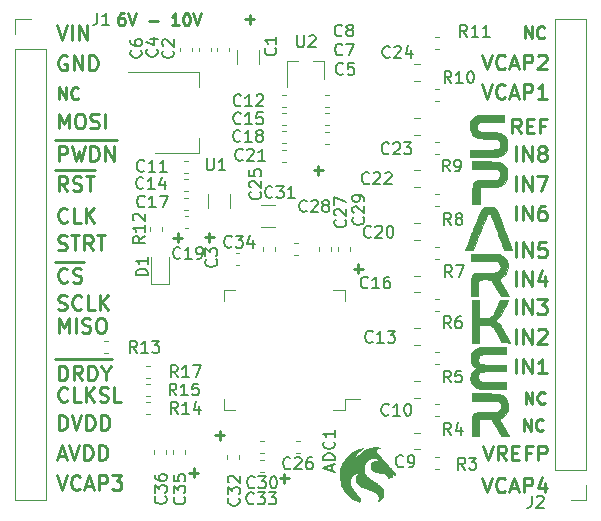
<source format=gbr>
G04 #@! TF.GenerationSoftware,KiCad,Pcbnew,(5.0.0)*
G04 #@! TF.CreationDate,2020-03-26T18:49:00+11:00*
G04 #@! TF.ProjectId,DAQ Board,44415120426F6172642E6B696361645F,rev?*
G04 #@! TF.SameCoordinates,Original*
G04 #@! TF.FileFunction,Legend,Top*
G04 #@! TF.FilePolarity,Positive*
%FSLAX46Y46*%
G04 Gerber Fmt 4.6, Leading zero omitted, Abs format (unit mm)*
G04 Created by KiCad (PCBNEW (5.0.0)) date 03/26/20 18:49:00*
%MOMM*%
%LPD*%
G01*
G04 APERTURE LIST*
%ADD10C,0.250000*%
%ADD11C,0.120000*%
%ADD12C,0.010000*%
%ADD13C,0.150000*%
G04 APERTURE END LIST*
D10*
X86600000Y-79472380D02*
X86409523Y-79472380D01*
X86314285Y-79520000D01*
X86266666Y-79567619D01*
X86171428Y-79710476D01*
X86123809Y-79900952D01*
X86123809Y-80281904D01*
X86171428Y-80377142D01*
X86219047Y-80424761D01*
X86314285Y-80472380D01*
X86504761Y-80472380D01*
X86600000Y-80424761D01*
X86647619Y-80377142D01*
X86695238Y-80281904D01*
X86695238Y-80043809D01*
X86647619Y-79948571D01*
X86600000Y-79900952D01*
X86504761Y-79853333D01*
X86314285Y-79853333D01*
X86219047Y-79900952D01*
X86171428Y-79948571D01*
X86123809Y-80043809D01*
X86980952Y-79472380D02*
X87314285Y-80472380D01*
X87647619Y-79472380D01*
X88742857Y-80091428D02*
X89504761Y-80091428D01*
X91266666Y-80472380D02*
X90695238Y-80472380D01*
X90980952Y-80472380D02*
X90980952Y-79472380D01*
X90885714Y-79615238D01*
X90790476Y-79710476D01*
X90695238Y-79758095D01*
X91885714Y-79472380D02*
X91980952Y-79472380D01*
X92076190Y-79520000D01*
X92123809Y-79567619D01*
X92171428Y-79662857D01*
X92219047Y-79853333D01*
X92219047Y-80091428D01*
X92171428Y-80281904D01*
X92123809Y-80377142D01*
X92076190Y-80424761D01*
X91980952Y-80472380D01*
X91885714Y-80472380D01*
X91790476Y-80424761D01*
X91742857Y-80377142D01*
X91695238Y-80281904D01*
X91647619Y-80091428D01*
X91647619Y-79853333D01*
X91695238Y-79662857D01*
X91742857Y-79567619D01*
X91790476Y-79520000D01*
X91885714Y-79472380D01*
X92504761Y-79472380D02*
X92838095Y-80472380D01*
X93171428Y-79472380D01*
X81144285Y-86732380D02*
X81144285Y-85732380D01*
X81715714Y-86732380D01*
X81715714Y-85732380D01*
X82763333Y-86637142D02*
X82715714Y-86684761D01*
X82572857Y-86732380D01*
X82477619Y-86732380D01*
X82334761Y-86684761D01*
X82239523Y-86589523D01*
X82191904Y-86494285D01*
X82144285Y-86303809D01*
X82144285Y-86160952D01*
X82191904Y-85970476D01*
X82239523Y-85875238D01*
X82334761Y-85780000D01*
X82477619Y-85732380D01*
X82572857Y-85732380D01*
X82715714Y-85780000D01*
X82763333Y-85827619D01*
X120594285Y-81572380D02*
X120594285Y-80572380D01*
X121165714Y-81572380D01*
X121165714Y-80572380D01*
X122213333Y-81477142D02*
X122165714Y-81524761D01*
X122022857Y-81572380D01*
X121927619Y-81572380D01*
X121784761Y-81524761D01*
X121689523Y-81429523D01*
X121641904Y-81334285D01*
X121594285Y-81143809D01*
X121594285Y-81000952D01*
X121641904Y-80810476D01*
X121689523Y-80715238D01*
X121784761Y-80620000D01*
X121927619Y-80572380D01*
X122022857Y-80572380D01*
X122165714Y-80620000D01*
X122213333Y-80667619D01*
X120484285Y-114812380D02*
X120484285Y-113812380D01*
X121055714Y-114812380D01*
X121055714Y-113812380D01*
X122103333Y-114717142D02*
X122055714Y-114764761D01*
X121912857Y-114812380D01*
X121817619Y-114812380D01*
X121674761Y-114764761D01*
X121579523Y-114669523D01*
X121531904Y-114574285D01*
X121484285Y-114383809D01*
X121484285Y-114240952D01*
X121531904Y-114050476D01*
X121579523Y-113955238D01*
X121674761Y-113860000D01*
X121817619Y-113812380D01*
X121912857Y-113812380D01*
X122055714Y-113860000D01*
X122103333Y-113907619D01*
X120644285Y-112542380D02*
X120644285Y-111542380D01*
X121215714Y-112542380D01*
X121215714Y-111542380D01*
X122263333Y-112447142D02*
X122215714Y-112494761D01*
X122072857Y-112542380D01*
X121977619Y-112542380D01*
X121834761Y-112494761D01*
X121739523Y-112399523D01*
X121691904Y-112304285D01*
X121644285Y-112113809D01*
X121644285Y-111970952D01*
X121691904Y-111780476D01*
X121739523Y-111685238D01*
X121834761Y-111590000D01*
X121977619Y-111542380D01*
X122072857Y-111542380D01*
X122215714Y-111590000D01*
X122263333Y-111637619D01*
X106069047Y-101091428D02*
X106830952Y-101091428D01*
X106450000Y-101472380D02*
X106450000Y-100710476D01*
X99839047Y-118821428D02*
X100600952Y-118821428D01*
X100220000Y-119202380D02*
X100220000Y-118440476D01*
X94349047Y-115201428D02*
X95110952Y-115201428D01*
X94730000Y-115582380D02*
X94730000Y-114820476D01*
X92159047Y-118371428D02*
X92920952Y-118371428D01*
X92540000Y-118752380D02*
X92540000Y-117990476D01*
X93489047Y-98431428D02*
X94250952Y-98431428D01*
X93870000Y-98812380D02*
X93870000Y-98050476D01*
X90819047Y-98451428D02*
X91580952Y-98451428D01*
X91200000Y-98832380D02*
X91200000Y-98070476D01*
X102709047Y-92741428D02*
X103470952Y-92741428D01*
X103090000Y-93122380D02*
X103090000Y-92360476D01*
X96889047Y-79951428D02*
X97650952Y-79951428D01*
X97270000Y-80332380D02*
X97270000Y-79570476D01*
X81834761Y-97076428D02*
X81775237Y-97135952D01*
X81596666Y-97195476D01*
X81477618Y-97195476D01*
X81299047Y-97135952D01*
X81179999Y-97016904D01*
X81120475Y-96897857D01*
X81060951Y-96659761D01*
X81060951Y-96481190D01*
X81120475Y-96243095D01*
X81179999Y-96124047D01*
X81299047Y-96005000D01*
X81477618Y-95945476D01*
X81596666Y-95945476D01*
X81775237Y-96005000D01*
X81834761Y-96064523D01*
X82965713Y-97195476D02*
X82370475Y-97195476D01*
X82370475Y-95945476D01*
X83382380Y-97195476D02*
X83382380Y-95945476D01*
X84096666Y-97195476D02*
X83560951Y-96481190D01*
X84096666Y-95945476D02*
X83382380Y-96659761D01*
X81834761Y-112246428D02*
X81775238Y-112305952D01*
X81596666Y-112365476D01*
X81477619Y-112365476D01*
X81299047Y-112305952D01*
X81180000Y-112186904D01*
X81120476Y-112067857D01*
X81060952Y-111829761D01*
X81060952Y-111651190D01*
X81120476Y-111413095D01*
X81180000Y-111294047D01*
X81299047Y-111175000D01*
X81477619Y-111115476D01*
X81596666Y-111115476D01*
X81775238Y-111175000D01*
X81834761Y-111234523D01*
X82965714Y-112365476D02*
X82370476Y-112365476D01*
X82370476Y-111115476D01*
X83382380Y-112365476D02*
X83382380Y-111115476D01*
X84096666Y-112365476D02*
X83560952Y-111651190D01*
X84096666Y-111115476D02*
X83382380Y-111829761D01*
X84572857Y-112305952D02*
X84751428Y-112365476D01*
X85049047Y-112365476D01*
X85168095Y-112305952D01*
X85227619Y-112246428D01*
X85287142Y-112127380D01*
X85287142Y-112008333D01*
X85227619Y-111889285D01*
X85168095Y-111829761D01*
X85049047Y-111770238D01*
X84810952Y-111710714D01*
X84691904Y-111651190D01*
X84632380Y-111591666D01*
X84572857Y-111472619D01*
X84572857Y-111353571D01*
X84632380Y-111234523D01*
X84691904Y-111175000D01*
X84810952Y-111115476D01*
X85108571Y-111115476D01*
X85287142Y-111175000D01*
X86418095Y-112365476D02*
X85822857Y-112365476D01*
X85822857Y-111115476D01*
X117022142Y-116065476D02*
X117438809Y-117315476D01*
X117855476Y-116065476D01*
X118986428Y-117315476D02*
X118569761Y-116720238D01*
X118272142Y-117315476D02*
X118272142Y-116065476D01*
X118748333Y-116065476D01*
X118867380Y-116125000D01*
X118926904Y-116184523D01*
X118986428Y-116303571D01*
X118986428Y-116482142D01*
X118926904Y-116601190D01*
X118867380Y-116660714D01*
X118748333Y-116720238D01*
X118272142Y-116720238D01*
X119522142Y-116660714D02*
X119938809Y-116660714D01*
X120117380Y-117315476D02*
X119522142Y-117315476D01*
X119522142Y-116065476D01*
X120117380Y-116065476D01*
X121069761Y-116660714D02*
X120653095Y-116660714D01*
X120653095Y-117315476D02*
X120653095Y-116065476D01*
X121248333Y-116065476D01*
X121724523Y-117315476D02*
X121724523Y-116065476D01*
X122200714Y-116065476D01*
X122319761Y-116125000D01*
X122379285Y-116184523D01*
X122438809Y-116303571D01*
X122438809Y-116482142D01*
X122379285Y-116601190D01*
X122319761Y-116660714D01*
X122200714Y-116720238D01*
X121724523Y-116720238D01*
X116932380Y-118785476D02*
X117349047Y-120035476D01*
X117765714Y-118785476D01*
X118896666Y-119916428D02*
X118837142Y-119975952D01*
X118658571Y-120035476D01*
X118539523Y-120035476D01*
X118360952Y-119975952D01*
X118241904Y-119856904D01*
X118182380Y-119737857D01*
X118122857Y-119499761D01*
X118122857Y-119321190D01*
X118182380Y-119083095D01*
X118241904Y-118964047D01*
X118360952Y-118845000D01*
X118539523Y-118785476D01*
X118658571Y-118785476D01*
X118837142Y-118845000D01*
X118896666Y-118904523D01*
X119372857Y-119678333D02*
X119968095Y-119678333D01*
X119253809Y-120035476D02*
X119670476Y-118785476D01*
X120087142Y-120035476D01*
X120503809Y-120035476D02*
X120503809Y-118785476D01*
X120980000Y-118785476D01*
X121099047Y-118845000D01*
X121158571Y-118904523D01*
X121218095Y-119023571D01*
X121218095Y-119202142D01*
X121158571Y-119321190D01*
X121099047Y-119380714D01*
X120980000Y-119440238D01*
X120503809Y-119440238D01*
X122289523Y-119202142D02*
X122289523Y-120035476D01*
X121991904Y-118725952D02*
X121694285Y-119618809D01*
X122468095Y-119618809D01*
X119849048Y-109945476D02*
X119849048Y-108695476D01*
X120444286Y-109945476D02*
X120444286Y-108695476D01*
X121158571Y-109945476D01*
X121158571Y-108695476D01*
X122408571Y-109945476D02*
X121694286Y-109945476D01*
X122051428Y-109945476D02*
X122051428Y-108695476D01*
X121932381Y-108874047D01*
X121813333Y-108993095D01*
X121694286Y-109052619D01*
X119849048Y-107425476D02*
X119849048Y-106175476D01*
X120444286Y-107425476D02*
X120444286Y-106175476D01*
X121158571Y-107425476D01*
X121158571Y-106175476D01*
X121694286Y-106294523D02*
X121753809Y-106235000D01*
X121872857Y-106175476D01*
X122170476Y-106175476D01*
X122289524Y-106235000D01*
X122349048Y-106294523D01*
X122408571Y-106413571D01*
X122408571Y-106532619D01*
X122349048Y-106711190D01*
X121634762Y-107425476D01*
X122408571Y-107425476D01*
X119849048Y-104945476D02*
X119849048Y-103695476D01*
X120444286Y-104945476D02*
X120444286Y-103695476D01*
X121158571Y-104945476D01*
X121158571Y-103695476D01*
X121634762Y-103695476D02*
X122408571Y-103695476D01*
X121991905Y-104171666D01*
X122170476Y-104171666D01*
X122289524Y-104231190D01*
X122349048Y-104290714D01*
X122408571Y-104409761D01*
X122408571Y-104707380D01*
X122349048Y-104826428D01*
X122289524Y-104885952D01*
X122170476Y-104945476D01*
X121813333Y-104945476D01*
X121694286Y-104885952D01*
X121634762Y-104826428D01*
X119849048Y-102535476D02*
X119849048Y-101285476D01*
X120444286Y-102535476D02*
X120444286Y-101285476D01*
X121158571Y-102535476D01*
X121158571Y-101285476D01*
X122289524Y-101702142D02*
X122289524Y-102535476D01*
X121991905Y-101225952D02*
X121694286Y-102118809D01*
X122468095Y-102118809D01*
X119849048Y-100115476D02*
X119849048Y-98865476D01*
X120444286Y-100115476D02*
X120444286Y-98865476D01*
X121158571Y-100115476D01*
X121158571Y-98865476D01*
X122349048Y-98865476D02*
X121753809Y-98865476D01*
X121694286Y-99460714D01*
X121753809Y-99401190D01*
X121872857Y-99341666D01*
X122170476Y-99341666D01*
X122289524Y-99401190D01*
X122349048Y-99460714D01*
X122408571Y-99579761D01*
X122408571Y-99877380D01*
X122349048Y-99996428D01*
X122289524Y-100055952D01*
X122170476Y-100115476D01*
X121872857Y-100115476D01*
X121753809Y-100055952D01*
X121694286Y-99996428D01*
X119849048Y-96995476D02*
X119849048Y-95745476D01*
X120444286Y-96995476D02*
X120444286Y-95745476D01*
X121158571Y-96995476D01*
X121158571Y-95745476D01*
X122289524Y-95745476D02*
X122051428Y-95745476D01*
X121932381Y-95805000D01*
X121872857Y-95864523D01*
X121753809Y-96043095D01*
X121694286Y-96281190D01*
X121694286Y-96757380D01*
X121753809Y-96876428D01*
X121813333Y-96935952D01*
X121932381Y-96995476D01*
X122170476Y-96995476D01*
X122289524Y-96935952D01*
X122349048Y-96876428D01*
X122408571Y-96757380D01*
X122408571Y-96459761D01*
X122349048Y-96340714D01*
X122289524Y-96281190D01*
X122170476Y-96221666D01*
X121932381Y-96221666D01*
X121813333Y-96281190D01*
X121753809Y-96340714D01*
X121694286Y-96459761D01*
X119849048Y-94505476D02*
X119849048Y-93255476D01*
X120444286Y-94505476D02*
X120444286Y-93255476D01*
X121158571Y-94505476D01*
X121158571Y-93255476D01*
X121634762Y-93255476D02*
X122468095Y-93255476D01*
X121932381Y-94505476D01*
X119849048Y-91985476D02*
X119849048Y-90735476D01*
X120444286Y-91985476D02*
X120444286Y-90735476D01*
X121158571Y-91985476D01*
X121158571Y-90735476D01*
X121932381Y-91271190D02*
X121813333Y-91211666D01*
X121753809Y-91152142D01*
X121694286Y-91033095D01*
X121694286Y-90973571D01*
X121753809Y-90854523D01*
X121813333Y-90795000D01*
X121932381Y-90735476D01*
X122170476Y-90735476D01*
X122289524Y-90795000D01*
X122349048Y-90854523D01*
X122408571Y-90973571D01*
X122408571Y-91033095D01*
X122349048Y-91152142D01*
X122289524Y-91211666D01*
X122170476Y-91271190D01*
X121932381Y-91271190D01*
X121813333Y-91330714D01*
X121753809Y-91390238D01*
X121694286Y-91509285D01*
X121694286Y-91747380D01*
X121753809Y-91866428D01*
X121813333Y-91925952D01*
X121932381Y-91985476D01*
X122170476Y-91985476D01*
X122289524Y-91925952D01*
X122349048Y-91866428D01*
X122408571Y-91747380D01*
X122408571Y-91509285D01*
X122349048Y-91390238D01*
X122289524Y-91330714D01*
X122170476Y-91271190D01*
X120206190Y-89635476D02*
X119789523Y-89040238D01*
X119491904Y-89635476D02*
X119491904Y-88385476D01*
X119968095Y-88385476D01*
X120087142Y-88445000D01*
X120146666Y-88504523D01*
X120206190Y-88623571D01*
X120206190Y-88802142D01*
X120146666Y-88921190D01*
X120087142Y-88980714D01*
X119968095Y-89040238D01*
X119491904Y-89040238D01*
X120741904Y-88980714D02*
X121158571Y-88980714D01*
X121337142Y-89635476D02*
X120741904Y-89635476D01*
X120741904Y-88385476D01*
X121337142Y-88385476D01*
X122289523Y-88980714D02*
X121872856Y-88980714D01*
X121872856Y-89635476D02*
X121872856Y-88385476D01*
X122468095Y-88385476D01*
X116932380Y-85455476D02*
X117349047Y-86705476D01*
X117765714Y-85455476D01*
X118896666Y-86586428D02*
X118837142Y-86645952D01*
X118658571Y-86705476D01*
X118539523Y-86705476D01*
X118360952Y-86645952D01*
X118241904Y-86526904D01*
X118182380Y-86407857D01*
X118122857Y-86169761D01*
X118122857Y-85991190D01*
X118182380Y-85753095D01*
X118241904Y-85634047D01*
X118360952Y-85515000D01*
X118539523Y-85455476D01*
X118658571Y-85455476D01*
X118837142Y-85515000D01*
X118896666Y-85574523D01*
X119372857Y-86348333D02*
X119968095Y-86348333D01*
X119253809Y-86705476D02*
X119670476Y-85455476D01*
X120087142Y-86705476D01*
X120503809Y-86705476D02*
X120503809Y-85455476D01*
X120980000Y-85455476D01*
X121099047Y-85515000D01*
X121158571Y-85574523D01*
X121218095Y-85693571D01*
X121218095Y-85872142D01*
X121158571Y-85991190D01*
X121099047Y-86050714D01*
X120980000Y-86110238D01*
X120503809Y-86110238D01*
X122408571Y-86705476D02*
X121694285Y-86705476D01*
X122051428Y-86705476D02*
X122051428Y-85455476D01*
X121932380Y-85634047D01*
X121813333Y-85753095D01*
X121694285Y-85812619D01*
X116932380Y-82955476D02*
X117349047Y-84205476D01*
X117765714Y-82955476D01*
X118896666Y-84086428D02*
X118837142Y-84145952D01*
X118658571Y-84205476D01*
X118539523Y-84205476D01*
X118360952Y-84145952D01*
X118241904Y-84026904D01*
X118182380Y-83907857D01*
X118122857Y-83669761D01*
X118122857Y-83491190D01*
X118182380Y-83253095D01*
X118241904Y-83134047D01*
X118360952Y-83015000D01*
X118539523Y-82955476D01*
X118658571Y-82955476D01*
X118837142Y-83015000D01*
X118896666Y-83074523D01*
X119372857Y-83848333D02*
X119968095Y-83848333D01*
X119253809Y-84205476D02*
X119670476Y-82955476D01*
X120087142Y-84205476D01*
X120503809Y-84205476D02*
X120503809Y-82955476D01*
X120980000Y-82955476D01*
X121099047Y-83015000D01*
X121158571Y-83074523D01*
X121218095Y-83193571D01*
X121218095Y-83372142D01*
X121158571Y-83491190D01*
X121099047Y-83550714D01*
X120980000Y-83610238D01*
X120503809Y-83610238D01*
X121694285Y-83074523D02*
X121753809Y-83015000D01*
X121872857Y-82955476D01*
X122170476Y-82955476D01*
X122289523Y-83015000D01*
X122349047Y-83074523D01*
X122408571Y-83193571D01*
X122408571Y-83312619D01*
X122349047Y-83491190D01*
X121634761Y-84205476D01*
X122408571Y-84205476D01*
X80941903Y-118574226D02*
X81358570Y-119824226D01*
X81775237Y-118574226D01*
X82906189Y-119705178D02*
X82846665Y-119764702D01*
X82668094Y-119824226D01*
X82549046Y-119824226D01*
X82370475Y-119764702D01*
X82251427Y-119645654D01*
X82191903Y-119526607D01*
X82132380Y-119288511D01*
X82132380Y-119109940D01*
X82191903Y-118871845D01*
X82251427Y-118752797D01*
X82370475Y-118633750D01*
X82549046Y-118574226D01*
X82668094Y-118574226D01*
X82846665Y-118633750D01*
X82906189Y-118693273D01*
X83382380Y-119467083D02*
X83977618Y-119467083D01*
X83263332Y-119824226D02*
X83679999Y-118574226D01*
X84096665Y-119824226D01*
X84513332Y-119824226D02*
X84513332Y-118574226D01*
X84989523Y-118574226D01*
X85108570Y-118633750D01*
X85168094Y-118693273D01*
X85227618Y-118812321D01*
X85227618Y-118990892D01*
X85168094Y-119109940D01*
X85108570Y-119169464D01*
X84989523Y-119228988D01*
X84513332Y-119228988D01*
X85644284Y-118574226D02*
X86418094Y-118574226D01*
X86001427Y-119050416D01*
X86179999Y-119050416D01*
X86299046Y-119109940D01*
X86358570Y-119169464D01*
X86418094Y-119288511D01*
X86418094Y-119586130D01*
X86358570Y-119705178D01*
X86299046Y-119764702D01*
X86179999Y-119824226D01*
X85822856Y-119824226D01*
X85703808Y-119764702D01*
X85644284Y-119705178D01*
X81060951Y-116927083D02*
X81656189Y-116927083D01*
X80941904Y-117284226D02*
X81358570Y-116034226D01*
X81775237Y-117284226D01*
X82013332Y-116034226D02*
X82429999Y-117284226D01*
X82846665Y-116034226D01*
X83263332Y-117284226D02*
X83263332Y-116034226D01*
X83560951Y-116034226D01*
X83739523Y-116093750D01*
X83858570Y-116212797D01*
X83918094Y-116331845D01*
X83977618Y-116569940D01*
X83977618Y-116748511D01*
X83918094Y-116986607D01*
X83858570Y-117105654D01*
X83739523Y-117224702D01*
X83560951Y-117284226D01*
X83263332Y-117284226D01*
X84513332Y-117284226D02*
X84513332Y-116034226D01*
X84810951Y-116034226D01*
X84989523Y-116093750D01*
X85108570Y-116212797D01*
X85168094Y-116331845D01*
X85227618Y-116569940D01*
X85227618Y-116748511D01*
X85168094Y-116986607D01*
X85108570Y-117105654D01*
X84989523Y-117224702D01*
X84810951Y-117284226D01*
X84513332Y-117284226D01*
X81120475Y-114744226D02*
X81120475Y-113494226D01*
X81418094Y-113494226D01*
X81596666Y-113553750D01*
X81715713Y-113672797D01*
X81775237Y-113791845D01*
X81834761Y-114029940D01*
X81834761Y-114208511D01*
X81775237Y-114446607D01*
X81715713Y-114565654D01*
X81596666Y-114684702D01*
X81418094Y-114744226D01*
X81120475Y-114744226D01*
X82191904Y-113494226D02*
X82608571Y-114744226D01*
X83025237Y-113494226D01*
X83441904Y-114744226D02*
X83441904Y-113494226D01*
X83739523Y-113494226D01*
X83918094Y-113553750D01*
X84037142Y-113672797D01*
X84096666Y-113791845D01*
X84156190Y-114029940D01*
X84156190Y-114208511D01*
X84096666Y-114446607D01*
X84037142Y-114565654D01*
X83918094Y-114684702D01*
X83739523Y-114744226D01*
X83441904Y-114744226D01*
X84691904Y-114744226D02*
X84691904Y-113494226D01*
X84989523Y-113494226D01*
X85168094Y-113553750D01*
X85287142Y-113672797D01*
X85346666Y-113791845D01*
X85406190Y-114029940D01*
X85406190Y-114208511D01*
X85346666Y-114446607D01*
X85287142Y-114565654D01*
X85168094Y-114684702D01*
X84989523Y-114744226D01*
X84691904Y-114744226D01*
X80822856Y-108745000D02*
X82072856Y-108745000D01*
X81120475Y-110535476D02*
X81120475Y-109285476D01*
X81418094Y-109285476D01*
X81596666Y-109345000D01*
X81715713Y-109464047D01*
X81775237Y-109583095D01*
X81834761Y-109821190D01*
X81834761Y-109999761D01*
X81775237Y-110237857D01*
X81715713Y-110356904D01*
X81596666Y-110475952D01*
X81418094Y-110535476D01*
X81120475Y-110535476D01*
X82072856Y-108745000D02*
X83322856Y-108745000D01*
X83084761Y-110535476D02*
X82668094Y-109940238D01*
X82370475Y-110535476D02*
X82370475Y-109285476D01*
X82846666Y-109285476D01*
X82965713Y-109345000D01*
X83025237Y-109404523D01*
X83084761Y-109523571D01*
X83084761Y-109702142D01*
X83025237Y-109821190D01*
X82965713Y-109880714D01*
X82846666Y-109940238D01*
X82370475Y-109940238D01*
X83322856Y-108745000D02*
X84572856Y-108745000D01*
X83620475Y-110535476D02*
X83620475Y-109285476D01*
X83918094Y-109285476D01*
X84096666Y-109345000D01*
X84215713Y-109464047D01*
X84275237Y-109583095D01*
X84334761Y-109821190D01*
X84334761Y-109999761D01*
X84275237Y-110237857D01*
X84215713Y-110356904D01*
X84096666Y-110475952D01*
X83918094Y-110535476D01*
X83620475Y-110535476D01*
X84572856Y-108745000D02*
X85644285Y-108745000D01*
X85108571Y-109940238D02*
X85108571Y-110535476D01*
X84691904Y-109285476D02*
X85108571Y-109940238D01*
X85525237Y-109285476D01*
X81120476Y-106505476D02*
X81120476Y-105255476D01*
X81537142Y-106148333D01*
X81953809Y-105255476D01*
X81953809Y-106505476D01*
X82549047Y-106505476D02*
X82549047Y-105255476D01*
X83084762Y-106445952D02*
X83263333Y-106505476D01*
X83560952Y-106505476D01*
X83680000Y-106445952D01*
X83739523Y-106386428D01*
X83799047Y-106267380D01*
X83799047Y-106148333D01*
X83739523Y-106029285D01*
X83680000Y-105969761D01*
X83560952Y-105910238D01*
X83322857Y-105850714D01*
X83203809Y-105791190D01*
X83144285Y-105731666D01*
X83084762Y-105612619D01*
X83084762Y-105493571D01*
X83144285Y-105374523D01*
X83203809Y-105315000D01*
X83322857Y-105255476D01*
X83620476Y-105255476D01*
X83799047Y-105315000D01*
X84572857Y-105255476D02*
X84810952Y-105255476D01*
X84930000Y-105315000D01*
X85049047Y-105434047D01*
X85108571Y-105672142D01*
X85108571Y-106088809D01*
X85049047Y-106326904D01*
X84930000Y-106445952D01*
X84810952Y-106505476D01*
X84572857Y-106505476D01*
X84453809Y-106445952D01*
X84334762Y-106326904D01*
X84275238Y-106088809D01*
X84275238Y-105672142D01*
X84334762Y-105434047D01*
X84453809Y-105315000D01*
X84572857Y-105255476D01*
X81060951Y-104524702D02*
X81239523Y-104584226D01*
X81537142Y-104584226D01*
X81656189Y-104524702D01*
X81715713Y-104465178D01*
X81775237Y-104346130D01*
X81775237Y-104227083D01*
X81715713Y-104108035D01*
X81656189Y-104048511D01*
X81537142Y-103988988D01*
X81299047Y-103929464D01*
X81179999Y-103869940D01*
X81120475Y-103810416D01*
X81060951Y-103691369D01*
X81060951Y-103572321D01*
X81120475Y-103453273D01*
X81179999Y-103393750D01*
X81299047Y-103334226D01*
X81596666Y-103334226D01*
X81775237Y-103393750D01*
X83025237Y-104465178D02*
X82965713Y-104524702D01*
X82787142Y-104584226D01*
X82668094Y-104584226D01*
X82489523Y-104524702D01*
X82370475Y-104405654D01*
X82310951Y-104286607D01*
X82251427Y-104048511D01*
X82251427Y-103869940D01*
X82310951Y-103631845D01*
X82370475Y-103512797D01*
X82489523Y-103393750D01*
X82668094Y-103334226D01*
X82787142Y-103334226D01*
X82965713Y-103393750D01*
X83025237Y-103453273D01*
X84156189Y-104584226D02*
X83560951Y-104584226D01*
X83560951Y-103334226D01*
X84572856Y-104584226D02*
X84572856Y-103334226D01*
X85287142Y-104584226D02*
X84751427Y-103869940D01*
X85287142Y-103334226D02*
X84572856Y-104048511D01*
X80822856Y-100485000D02*
X82072856Y-100485000D01*
X81834761Y-102156428D02*
X81775237Y-102215952D01*
X81596666Y-102275476D01*
X81477618Y-102275476D01*
X81299047Y-102215952D01*
X81179999Y-102096904D01*
X81120475Y-101977857D01*
X81060952Y-101739761D01*
X81060952Y-101561190D01*
X81120475Y-101323095D01*
X81179999Y-101204047D01*
X81299047Y-101085000D01*
X81477618Y-101025476D01*
X81596666Y-101025476D01*
X81775237Y-101085000D01*
X81834761Y-101144523D01*
X82072856Y-100485000D02*
X83263333Y-100485000D01*
X82310952Y-102215952D02*
X82489523Y-102275476D01*
X82787142Y-102275476D01*
X82906190Y-102215952D01*
X82965714Y-102156428D01*
X83025237Y-102037380D01*
X83025237Y-101918333D01*
X82965714Y-101799285D01*
X82906190Y-101739761D01*
X82787142Y-101680238D01*
X82549047Y-101620714D01*
X82429999Y-101561190D01*
X82370475Y-101501666D01*
X82310952Y-101382619D01*
X82310952Y-101263571D01*
X82370475Y-101144523D01*
X82429999Y-101085000D01*
X82549047Y-101025476D01*
X82846666Y-101025476D01*
X83025237Y-101085000D01*
X81060952Y-99465952D02*
X81239523Y-99525476D01*
X81537142Y-99525476D01*
X81656190Y-99465952D01*
X81715714Y-99406428D01*
X81775237Y-99287380D01*
X81775237Y-99168333D01*
X81715714Y-99049285D01*
X81656190Y-98989761D01*
X81537142Y-98930238D01*
X81299047Y-98870714D01*
X81179999Y-98811190D01*
X81120476Y-98751666D01*
X81060952Y-98632619D01*
X81060952Y-98513571D01*
X81120476Y-98394523D01*
X81179999Y-98335000D01*
X81299047Y-98275476D01*
X81596666Y-98275476D01*
X81775237Y-98335000D01*
X82132380Y-98275476D02*
X82846666Y-98275476D01*
X82489523Y-99525476D02*
X82489523Y-98275476D01*
X83977618Y-99525476D02*
X83560952Y-98930238D01*
X83263333Y-99525476D02*
X83263333Y-98275476D01*
X83739523Y-98275476D01*
X83858571Y-98335000D01*
X83918095Y-98394523D01*
X83977618Y-98513571D01*
X83977618Y-98692142D01*
X83918095Y-98811190D01*
X83858571Y-98870714D01*
X83739523Y-98930238D01*
X83263333Y-98930238D01*
X84334761Y-98275476D02*
X85049047Y-98275476D01*
X84691904Y-99525476D02*
X84691904Y-98275476D01*
X80822856Y-92726250D02*
X82072856Y-92726250D01*
X81834761Y-94516726D02*
X81418094Y-93921488D01*
X81120475Y-94516726D02*
X81120475Y-93266726D01*
X81596665Y-93266726D01*
X81715713Y-93326250D01*
X81775237Y-93385773D01*
X81834761Y-93504821D01*
X81834761Y-93683392D01*
X81775237Y-93802440D01*
X81715713Y-93861964D01*
X81596665Y-93921488D01*
X81120475Y-93921488D01*
X82072856Y-92726250D02*
X83263332Y-92726250D01*
X82310951Y-94457202D02*
X82489523Y-94516726D01*
X82787142Y-94516726D01*
X82906189Y-94457202D01*
X82965713Y-94397678D01*
X83025237Y-94278630D01*
X83025237Y-94159583D01*
X82965713Y-94040535D01*
X82906189Y-93981011D01*
X82787142Y-93921488D01*
X82549046Y-93861964D01*
X82429999Y-93802440D01*
X82370475Y-93742916D01*
X82310951Y-93623869D01*
X82310951Y-93504821D01*
X82370475Y-93385773D01*
X82429999Y-93326250D01*
X82549046Y-93266726D01*
X82846665Y-93266726D01*
X83025237Y-93326250D01*
X83263332Y-92726250D02*
X84215713Y-92726250D01*
X83382380Y-93266726D02*
X84096665Y-93266726D01*
X83739523Y-94516726D02*
X83739523Y-93266726D01*
X80822856Y-90186250D02*
X82072856Y-90186250D01*
X81120475Y-91976726D02*
X81120475Y-90726726D01*
X81596665Y-90726726D01*
X81715713Y-90786250D01*
X81775237Y-90845773D01*
X81834761Y-90964821D01*
X81834761Y-91143392D01*
X81775237Y-91262440D01*
X81715713Y-91321964D01*
X81596665Y-91381488D01*
X81120475Y-91381488D01*
X82072856Y-90186250D02*
X83501427Y-90186250D01*
X82251427Y-90726726D02*
X82549046Y-91976726D01*
X82787142Y-91083869D01*
X83025237Y-91976726D01*
X83322856Y-90726726D01*
X83501427Y-90186250D02*
X84751427Y-90186250D01*
X83799046Y-91976726D02*
X83799046Y-90726726D01*
X84096665Y-90726726D01*
X84275237Y-90786250D01*
X84394284Y-90905297D01*
X84453808Y-91024345D01*
X84513332Y-91262440D01*
X84513332Y-91441011D01*
X84453808Y-91679107D01*
X84394284Y-91798154D01*
X84275237Y-91917202D01*
X84096665Y-91976726D01*
X83799046Y-91976726D01*
X84751427Y-90186250D02*
X86060951Y-90186250D01*
X85049046Y-91976726D02*
X85049046Y-90726726D01*
X85763332Y-91976726D01*
X85763332Y-90726726D01*
X81120476Y-89205476D02*
X81120476Y-87955476D01*
X81537142Y-88848333D01*
X81953809Y-87955476D01*
X81953809Y-89205476D01*
X82787142Y-87955476D02*
X83025238Y-87955476D01*
X83144285Y-88015000D01*
X83263333Y-88134047D01*
X83322857Y-88372142D01*
X83322857Y-88788809D01*
X83263333Y-89026904D01*
X83144285Y-89145952D01*
X83025238Y-89205476D01*
X82787142Y-89205476D01*
X82668095Y-89145952D01*
X82549047Y-89026904D01*
X82489523Y-88788809D01*
X82489523Y-88372142D01*
X82549047Y-88134047D01*
X82668095Y-88015000D01*
X82787142Y-87955476D01*
X83799047Y-89145952D02*
X83977619Y-89205476D01*
X84275238Y-89205476D01*
X84394285Y-89145952D01*
X84453809Y-89086428D01*
X84513333Y-88967380D01*
X84513333Y-88848333D01*
X84453809Y-88729285D01*
X84394285Y-88669761D01*
X84275238Y-88610238D01*
X84037142Y-88550714D01*
X83918095Y-88491190D01*
X83858571Y-88431666D01*
X83799047Y-88312619D01*
X83799047Y-88193571D01*
X83858571Y-88074523D01*
X83918095Y-88015000D01*
X84037142Y-87955476D01*
X84334762Y-87955476D01*
X84513333Y-88015000D01*
X85049047Y-89205476D02*
X85049047Y-87955476D01*
X81775238Y-83095000D02*
X81656190Y-83035476D01*
X81477619Y-83035476D01*
X81299047Y-83095000D01*
X81179999Y-83214047D01*
X81120476Y-83333095D01*
X81060952Y-83571190D01*
X81060952Y-83749761D01*
X81120476Y-83987857D01*
X81179999Y-84106904D01*
X81299047Y-84225952D01*
X81477619Y-84285476D01*
X81596666Y-84285476D01*
X81775238Y-84225952D01*
X81834761Y-84166428D01*
X81834761Y-83749761D01*
X81596666Y-83749761D01*
X82370476Y-84285476D02*
X82370476Y-83035476D01*
X83084761Y-84285476D01*
X83084761Y-83035476D01*
X83679999Y-84285476D02*
X83679999Y-83035476D01*
X83977619Y-83035476D01*
X84156190Y-83095000D01*
X84275238Y-83214047D01*
X84334761Y-83333095D01*
X84394285Y-83571190D01*
X84394285Y-83749761D01*
X84334761Y-83987857D01*
X84275238Y-84106904D01*
X84156190Y-84225952D01*
X83977619Y-84285476D01*
X83679999Y-84285476D01*
X80941904Y-80495476D02*
X81358571Y-81745476D01*
X81775237Y-80495476D01*
X82191904Y-81745476D02*
X82191904Y-80495476D01*
X82787142Y-81745476D02*
X82787142Y-80495476D01*
X83501428Y-81745476D01*
X83501428Y-80495476D01*
D11*
G04 #@! TO.C,C21*
X100362779Y-91010000D02*
X100037221Y-91010000D01*
X100362779Y-92030000D02*
X100037221Y-92030000D01*
G04 #@! TO.C,C15*
X100352779Y-88930000D02*
X100027221Y-88930000D01*
X100352779Y-87910000D02*
X100027221Y-87910000D01*
G04 #@! TO.C,C18*
X100352779Y-90470000D02*
X100027221Y-90470000D01*
X100352779Y-89450000D02*
X100027221Y-89450000D01*
G04 #@! TO.C,C28*
X101057221Y-98940000D02*
X101382779Y-98940000D01*
X101057221Y-99960000D02*
X101382779Y-99960000D01*
G04 #@! TO.C,J1*
X77410000Y-79928750D02*
X78740000Y-79928750D01*
X77410000Y-81258750D02*
X77410000Y-79928750D01*
X77410000Y-82528750D02*
X80070000Y-82528750D01*
X80070000Y-82528750D02*
X80070000Y-120688750D01*
X77410000Y-82528750D02*
X77410000Y-120688750D01*
X77410000Y-120688750D02*
X80070000Y-120688750D01*
G04 #@! TO.C,J2*
X125790000Y-79950000D02*
X123130000Y-79950000D01*
X125790000Y-118110000D02*
X125790000Y-79950000D01*
X123130000Y-118110000D02*
X123130000Y-79950000D01*
X125790000Y-118110000D02*
X123130000Y-118110000D01*
X125790000Y-119380000D02*
X125790000Y-120710000D01*
X125790000Y-120710000D02*
X124460000Y-120710000D01*
G04 #@! TO.C,C3*
X93780000Y-95932064D02*
X93780000Y-94727936D01*
X95600000Y-95932064D02*
X95600000Y-94727936D01*
G04 #@! TO.C,C2*
X94539572Y-82365739D02*
X94539572Y-82691297D01*
X95559572Y-82365739D02*
X95559572Y-82691297D01*
G04 #@! TO.C,C4*
X93989572Y-82365739D02*
X93989572Y-82691297D01*
X92969572Y-82365739D02*
X92969572Y-82691297D01*
G04 #@! TO.C,C6*
X91389572Y-82365739D02*
X91389572Y-82691297D01*
X92409572Y-82365739D02*
X92409572Y-82691297D01*
G04 #@! TO.C,C5*
X103655739Y-89490428D02*
X103981297Y-89490428D01*
X103655739Y-90510428D02*
X103981297Y-90510428D01*
G04 #@! TO.C,C7*
X103645739Y-88930428D02*
X103971297Y-88930428D01*
X103645739Y-87910428D02*
X103971297Y-87910428D01*
G04 #@! TO.C,C8*
X103635739Y-86350428D02*
X103961297Y-86350428D01*
X103635739Y-87370428D02*
X103961297Y-87370428D01*
G04 #@! TO.C,C11*
X91755739Y-91930428D02*
X92081297Y-91930428D01*
X91755739Y-92950428D02*
X92081297Y-92950428D01*
G04 #@! TO.C,C14*
X91755739Y-93510428D02*
X92081297Y-93510428D01*
X91755739Y-94530428D02*
X92081297Y-94530428D01*
G04 #@! TO.C,C17*
X91755739Y-96090428D02*
X92081297Y-96090428D01*
X91755739Y-95070428D02*
X92081297Y-95070428D01*
G04 #@! TO.C,C19*
X91763239Y-96650428D02*
X92088797Y-96650428D01*
X91763239Y-97670428D02*
X92088797Y-97670428D01*
G04 #@! TO.C,C12*
X100362779Y-87380000D02*
X100037221Y-87380000D01*
X100362779Y-86360000D02*
X100037221Y-86360000D01*
G04 #@! TO.C,C1*
X98029572Y-82546454D02*
X98029572Y-83750582D01*
X96209572Y-82546454D02*
X96209572Y-83750582D01*
G04 #@! TO.C,ADC1*
X104372928Y-113093482D02*
X105322928Y-113093482D01*
X105322928Y-113093482D02*
X105322928Y-112143482D01*
X96052928Y-113093482D02*
X95102928Y-113093482D01*
X95102928Y-113093482D02*
X95102928Y-112143482D01*
X96052928Y-102873482D02*
X95102928Y-102873482D01*
X95102928Y-102873482D02*
X95102928Y-103823482D01*
X104372928Y-102873482D02*
X105322928Y-102873482D01*
X105322928Y-102873482D02*
X105322928Y-103823482D01*
X105322928Y-112143482D02*
X106612928Y-112143482D01*
G04 #@! TO.C,C10*
X111676406Y-110576022D02*
X111159250Y-110576022D01*
X111676406Y-111996022D02*
X111159250Y-111996022D01*
G04 #@! TO.C,C13*
X111686806Y-107530702D02*
X111169650Y-107530702D01*
X111686806Y-106110702D02*
X111169650Y-106110702D01*
G04 #@! TO.C,C9*
X111689346Y-114957522D02*
X111172190Y-114957522D01*
X111689346Y-116377522D02*
X111172190Y-116377522D01*
G04 #@! TO.C,C22*
X111674346Y-94160142D02*
X111157190Y-94160142D01*
X111674346Y-92740142D02*
X111157190Y-92740142D01*
G04 #@! TO.C,C26*
X101518707Y-116684982D02*
X101193149Y-116684982D01*
X101518707Y-115664982D02*
X101193149Y-115664982D01*
G04 #@! TO.C,C29*
X104760428Y-99291203D02*
X104760428Y-99616761D01*
X105780428Y-99291203D02*
X105780428Y-99616761D01*
G04 #@! TO.C,C27*
X103170428Y-99281203D02*
X103170428Y-99606761D01*
X104190428Y-99281203D02*
X104190428Y-99606761D01*
G04 #@! TO.C,C25*
X99410428Y-99574261D02*
X99410428Y-99248703D01*
X98390428Y-99574261D02*
X98390428Y-99248703D01*
G04 #@! TO.C,C31*
X98237936Y-97520000D02*
X99442064Y-97520000D01*
X98237936Y-95700000D02*
X99442064Y-95700000D01*
G04 #@! TO.C,C32*
X96350000Y-117162779D02*
X96350000Y-116837221D01*
X95330000Y-117162779D02*
X95330000Y-116837221D01*
G04 #@! TO.C,C20*
X111696966Y-97213082D02*
X111179810Y-97213082D01*
X111696966Y-98633082D02*
X111179810Y-98633082D01*
G04 #@! TO.C,C23*
X111663946Y-89755782D02*
X111146790Y-89755782D01*
X111663946Y-88335782D02*
X111146790Y-88335782D01*
G04 #@! TO.C,C34*
X96413207Y-99791482D02*
X96087649Y-99791482D01*
X96413207Y-100811482D02*
X96087649Y-100811482D01*
G04 #@! TO.C,C16*
X111686806Y-103085702D02*
X111169650Y-103085702D01*
X111686806Y-101665702D02*
X111169650Y-101665702D01*
G04 #@! TO.C,C24*
X111666726Y-83776482D02*
X111149570Y-83776482D01*
X111666726Y-85196482D02*
X111149570Y-85196482D01*
G04 #@! TO.C,C35*
X91820428Y-116804261D02*
X91820428Y-116478703D01*
X90800428Y-116804261D02*
X90800428Y-116478703D01*
G04 #@! TO.C,C36*
X90210428Y-116801761D02*
X90210428Y-116476203D01*
X89190428Y-116801761D02*
X89190428Y-116476203D01*
G04 #@! TO.C,C30*
X98137649Y-115661482D02*
X98463207Y-115661482D01*
X98137649Y-116681482D02*
X98463207Y-116681482D01*
G04 #@! TO.C,C33*
X98137649Y-117261482D02*
X98463207Y-117261482D01*
X98137649Y-118281482D02*
X98463207Y-118281482D01*
G04 #@! TO.C,R13*
X85242779Y-108190000D02*
X84917221Y-108190000D01*
X85242779Y-107170000D02*
X84917221Y-107170000D01*
G04 #@! TO.C,R9*
X112992649Y-91346482D02*
X113318207Y-91346482D01*
X112992649Y-90326482D02*
X113318207Y-90326482D01*
G04 #@! TO.C,R7*
X112992649Y-99216482D02*
X113318207Y-99216482D01*
X112992649Y-100236482D02*
X113318207Y-100236482D01*
G04 #@! TO.C,R11*
X112992649Y-81436482D02*
X113318207Y-81436482D01*
X112992649Y-82456482D02*
X113318207Y-82456482D01*
G04 #@! TO.C,R14*
X88497649Y-113421482D02*
X88823207Y-113421482D01*
X88497649Y-112401482D02*
X88823207Y-112401482D01*
G04 #@! TO.C,R17*
X88487649Y-109301482D02*
X88813207Y-109301482D01*
X88487649Y-110321482D02*
X88813207Y-110321482D01*
G04 #@! TO.C,R5*
X112992649Y-109126482D02*
X113318207Y-109126482D01*
X112992649Y-108106482D02*
X113318207Y-108106482D01*
G04 #@! TO.C,R6*
X112992649Y-104681482D02*
X113318207Y-104681482D01*
X112992649Y-103661482D02*
X113318207Y-103661482D01*
G04 #@! TO.C,R15*
X88487649Y-111861482D02*
X88813207Y-111861482D01*
X88487649Y-110841482D02*
X88813207Y-110841482D01*
G04 #@! TO.C,R10*
X112992649Y-85881482D02*
X113318207Y-85881482D01*
X112992649Y-86901482D02*
X113318207Y-86901482D01*
G04 #@! TO.C,R3*
X112992649Y-116996482D02*
X113318207Y-116996482D01*
X112992649Y-118016482D02*
X113318207Y-118016482D01*
G04 #@! TO.C,R8*
X112992649Y-94771482D02*
X113318207Y-94771482D01*
X112992649Y-95791482D02*
X113318207Y-95791482D01*
G04 #@! TO.C,R4*
X112992649Y-113571482D02*
X113318207Y-113571482D01*
X112992649Y-112551482D02*
X113318207Y-112551482D01*
G04 #@! TO.C,R12*
X88850000Y-97912779D02*
X88850000Y-97587221D01*
X89870000Y-97912779D02*
X89870000Y-97587221D01*
G04 #@! TO.C,U2*
X103598518Y-83540428D02*
X102668518Y-83540428D01*
X100438518Y-83540428D02*
X101368518Y-83540428D01*
X100438518Y-83540428D02*
X100438518Y-85700428D01*
X103598518Y-83540428D02*
X103598518Y-85000428D01*
G04 #@! TO.C,D1*
X90427902Y-102387134D02*
X90427902Y-100102134D01*
X88957902Y-102387134D02*
X90427902Y-102387134D01*
X88957902Y-100102134D02*
X88957902Y-102387134D01*
G04 #@! TO.C,U1*
X93001018Y-91250428D02*
X93001018Y-89990428D01*
X93001018Y-84430428D02*
X93001018Y-85690428D01*
X89241018Y-91250428D02*
X93001018Y-91250428D01*
X86991018Y-84430428D02*
X93001018Y-84430428D01*
D12*
G04 #@! TO.C,G\002A\002A\002A*
G36*
X108120240Y-116208818D02*
X108251400Y-116233643D01*
X108346650Y-116256064D01*
X108261803Y-116272073D01*
X108154220Y-116302099D01*
X108065134Y-116348579D01*
X107992844Y-116412570D01*
X107955370Y-116462024D01*
X107942779Y-116480490D01*
X107932512Y-116496150D01*
X107925791Y-116510844D01*
X107923836Y-116526413D01*
X107927869Y-116544698D01*
X107939110Y-116567539D01*
X107958780Y-116596777D01*
X107988100Y-116634253D01*
X108028291Y-116681808D01*
X108080574Y-116741281D01*
X108146169Y-116814514D01*
X108226298Y-116903348D01*
X108308550Y-116994496D01*
X108355856Y-117047072D01*
X108415372Y-117113371D01*
X108482406Y-117188156D01*
X108552265Y-117266191D01*
X108620256Y-117342239D01*
X108638750Y-117362945D01*
X108710082Y-117442789D01*
X108789036Y-117531095D01*
X108869652Y-117621201D01*
X108945972Y-117706448D01*
X109012036Y-117780173D01*
X109018768Y-117787681D01*
X109079753Y-117855704D01*
X109142292Y-117925493D01*
X109201726Y-117991848D01*
X109253396Y-118049566D01*
X109291818Y-118092523D01*
X109382663Y-118194040D01*
X109457266Y-118277125D01*
X109515430Y-118341560D01*
X109551482Y-118381158D01*
X109588783Y-118421866D01*
X109566741Y-118479583D01*
X109553214Y-118512981D01*
X109543287Y-118533821D01*
X109540539Y-118537300D01*
X109527875Y-118532281D01*
X109498488Y-118519083D01*
X109458572Y-118500489D01*
X109455865Y-118499210D01*
X109412777Y-118480074D01*
X109376939Y-118466396D01*
X109356050Y-118461110D01*
X109355950Y-118461110D01*
X109325829Y-118452264D01*
X109297690Y-118431144D01*
X109281281Y-118405831D01*
X109280100Y-118398238D01*
X109290402Y-118374952D01*
X109313516Y-118363512D01*
X109333693Y-118367576D01*
X109342264Y-118366087D01*
X109341094Y-118358092D01*
X109324046Y-118341719D01*
X109293629Y-118336286D01*
X109259371Y-118341737D01*
X109230799Y-118358015D01*
X109230048Y-118358751D01*
X109205153Y-118398595D01*
X109204130Y-118442417D01*
X109226249Y-118487874D01*
X109270781Y-118532623D01*
X109288111Y-118545358D01*
X109337978Y-118585809D01*
X109363244Y-118621814D01*
X109364197Y-118653999D01*
X109348441Y-118676670D01*
X109321122Y-118694889D01*
X109275667Y-118717090D01*
X109218472Y-118740662D01*
X109155929Y-118762993D01*
X109094432Y-118781470D01*
X109087419Y-118783306D01*
X109019750Y-118800701D01*
X108997184Y-118743793D01*
X108977217Y-118703483D01*
X108947646Y-118655077D01*
X108918820Y-118614371D01*
X108873797Y-118560674D01*
X108826592Y-118515645D01*
X108773980Y-118477912D01*
X108712739Y-118446102D01*
X108639645Y-118418842D01*
X108551473Y-118394758D01*
X108445001Y-118372477D01*
X108317005Y-118350628D01*
X108289500Y-118346336D01*
X108135514Y-118320115D01*
X108004654Y-118292002D01*
X107894656Y-118260928D01*
X107803259Y-118225821D01*
X107728201Y-118185613D01*
X107667219Y-118139233D01*
X107618052Y-118085609D01*
X107578438Y-118023673D01*
X107569144Y-118005505D01*
X107554091Y-117972695D01*
X107544092Y-117943252D01*
X107538119Y-117910607D01*
X107535140Y-117868189D01*
X107534125Y-117809426D01*
X107534040Y-117781650D01*
X107534485Y-117714335D01*
X107536580Y-117666361D01*
X107541171Y-117631682D01*
X107549102Y-117604252D01*
X107561218Y-117578023D01*
X107562951Y-117574748D01*
X107621622Y-117490565D01*
X107696981Y-117422944D01*
X107785604Y-117372931D01*
X107884070Y-117341573D01*
X107988955Y-117329917D01*
X108096836Y-117339009D01*
X108204291Y-117369897D01*
X108216475Y-117374898D01*
X108236207Y-117378344D01*
X108239513Y-117366506D01*
X108227754Y-117342228D01*
X108202295Y-117308355D01*
X108165675Y-117268897D01*
X108075625Y-117196126D01*
X107975275Y-117146561D01*
X107864614Y-117120200D01*
X107743633Y-117117041D01*
X107612320Y-117137082D01*
X107552617Y-117152850D01*
X107406728Y-117207811D01*
X107278161Y-117280649D01*
X107167850Y-117369960D01*
X107076727Y-117474341D01*
X107005724Y-117592388D01*
X106955776Y-117722697D01*
X106927814Y-117863866D01*
X106922772Y-118014491D01*
X106928939Y-118091226D01*
X106953705Y-118231871D01*
X106994791Y-118362628D01*
X107053561Y-118485381D01*
X107131379Y-118602014D01*
X107229610Y-118714410D01*
X107349617Y-118824453D01*
X107492766Y-118934028D01*
X107584650Y-118996611D01*
X107612376Y-119014405D01*
X107656933Y-119042538D01*
X107713536Y-119078009D01*
X107777402Y-119117818D01*
X107825950Y-119147948D01*
X107933049Y-119214884D01*
X108021528Y-119271616D01*
X108094845Y-119320500D01*
X108156457Y-119363890D01*
X108209822Y-119404143D01*
X108251400Y-119437748D01*
X108367664Y-119546100D01*
X108459385Y-119657440D01*
X108527379Y-119773355D01*
X108572464Y-119895430D01*
X108595456Y-120025250D01*
X108598963Y-120112100D01*
X108586580Y-120250200D01*
X108551876Y-120376287D01*
X108495210Y-120489785D01*
X108416939Y-120590122D01*
X108317423Y-120676721D01*
X108204280Y-120745362D01*
X108171609Y-120761363D01*
X108149498Y-120771110D01*
X108144896Y-120772500D01*
X108147457Y-120762211D01*
X108159579Y-120734956D01*
X108178813Y-120696149D01*
X108183638Y-120686826D01*
X108205547Y-120643089D01*
X108218476Y-120609360D01*
X108224403Y-120576123D01*
X108225307Y-120533859D01*
X108223972Y-120492831D01*
X108211694Y-120392785D01*
X108181821Y-120304714D01*
X108131894Y-120223499D01*
X108059454Y-120144018D01*
X108054048Y-120138921D01*
X108007080Y-120097398D01*
X107957190Y-120058691D01*
X107901928Y-120021601D01*
X107838845Y-119984926D01*
X107765494Y-119947465D01*
X107679424Y-119908018D01*
X107578187Y-119865383D01*
X107459334Y-119818359D01*
X107320417Y-119765745D01*
X107210000Y-119724974D01*
X107118728Y-119690925D01*
X107027147Y-119655660D01*
X106940628Y-119621326D01*
X106864546Y-119590074D01*
X106804275Y-119564054D01*
X106781241Y-119553436D01*
X106634561Y-119475942D01*
X106512455Y-119394870D01*
X106414245Y-119309357D01*
X106339248Y-119218539D01*
X106286786Y-119121553D01*
X106256178Y-119017535D01*
X106246745Y-118905622D01*
X106247640Y-118875813D01*
X106261494Y-118768353D01*
X106292361Y-118676192D01*
X106342308Y-118594094D01*
X106373374Y-118557044D01*
X106416201Y-118516818D01*
X106467836Y-118478111D01*
X106521794Y-118444861D01*
X106571586Y-118421007D01*
X106610726Y-118410485D01*
X106615128Y-118410300D01*
X106636248Y-118406212D01*
X106636253Y-118396109D01*
X106617679Y-118383232D01*
X106584525Y-118371214D01*
X106519965Y-118361901D01*
X106441511Y-118363117D01*
X106357989Y-118374032D01*
X106278224Y-118393818D01*
X106253943Y-118402261D01*
X106128636Y-118462765D01*
X106016817Y-118543261D01*
X105920965Y-118641213D01*
X105843558Y-118754084D01*
X105787077Y-118879339D01*
X105786780Y-118880200D01*
X105770787Y-118937098D01*
X105760171Y-119002229D01*
X105753814Y-119083078D01*
X105752674Y-119108800D01*
X105752470Y-119218716D01*
X105762324Y-119313734D01*
X105783960Y-119402948D01*
X105819101Y-119495454D01*
X105830906Y-119521695D01*
X105863150Y-119587292D01*
X105898576Y-119650097D01*
X105939403Y-119712964D01*
X105987847Y-119778749D01*
X106046128Y-119850304D01*
X106116462Y-119930483D01*
X106201067Y-120022142D01*
X106302067Y-120128036D01*
X106393607Y-120224496D01*
X106467579Y-120306503D01*
X106525408Y-120376470D01*
X106568518Y-120436810D01*
X106598333Y-120489936D01*
X106616277Y-120538260D01*
X106623775Y-120584197D01*
X106622250Y-120630159D01*
X106617003Y-120661634D01*
X106605164Y-120703718D01*
X106588158Y-120747488D01*
X106569185Y-120786339D01*
X106551446Y-120813669D01*
X106538820Y-120822956D01*
X106524254Y-120818401D01*
X106491470Y-120806372D01*
X106445819Y-120788872D01*
X106408315Y-120774138D01*
X106186138Y-120673080D01*
X105977238Y-120551152D01*
X105780333Y-120407485D01*
X105594141Y-120241213D01*
X105539950Y-120186554D01*
X105380729Y-120004736D01*
X105244733Y-119813122D01*
X105131590Y-119610933D01*
X105040931Y-119397394D01*
X104972385Y-119171726D01*
X104925582Y-118933153D01*
X104918592Y-118882209D01*
X104899860Y-118636853D01*
X104906342Y-118393242D01*
X104937955Y-118152326D01*
X104994616Y-117915054D01*
X105006186Y-117876900D01*
X105083383Y-117671515D01*
X105183692Y-117473039D01*
X105305352Y-117283231D01*
X105446602Y-117103852D01*
X105605680Y-116936662D01*
X105780827Y-116783420D01*
X105970279Y-116645888D01*
X106172278Y-116525825D01*
X106385061Y-116424992D01*
X106505150Y-116378687D01*
X106555731Y-116362410D01*
X106618043Y-116344841D01*
X106685816Y-116327466D01*
X106752783Y-116311770D01*
X106812676Y-116299240D01*
X106859229Y-116291361D01*
X106881720Y-116289400D01*
X106877503Y-116294551D01*
X106854714Y-116308350D01*
X106817614Y-116328317D01*
X106795545Y-116339578D01*
X106664125Y-116418451D01*
X106537859Y-116519504D01*
X106420211Y-116639573D01*
X106314644Y-116775494D01*
X106308535Y-116784430D01*
X106272057Y-116841611D01*
X106234294Y-116906776D01*
X106196689Y-116976708D01*
X106160686Y-117048193D01*
X106127728Y-117118015D01*
X106099260Y-117182959D01*
X106076724Y-117239809D01*
X106061566Y-117285350D01*
X106055228Y-117316367D01*
X106059155Y-117329643D01*
X106063887Y-117329280D01*
X106076794Y-117317895D01*
X106101519Y-117290822D01*
X106134243Y-117252387D01*
X106163505Y-117216500D01*
X106231873Y-117135460D01*
X106313661Y-117045455D01*
X106403369Y-116952037D01*
X106495496Y-116860758D01*
X106584544Y-116777171D01*
X106665011Y-116706827D01*
X106682950Y-116692117D01*
X106869669Y-116552708D01*
X107055136Y-116437440D01*
X107241655Y-116345303D01*
X107431531Y-116275289D01*
X107627068Y-116226388D01*
X107807015Y-116199879D01*
X107959112Y-116194749D01*
X108120240Y-116208818D01*
X108120240Y-116208818D01*
G37*
X108120240Y-116208818D02*
X108251400Y-116233643D01*
X108346650Y-116256064D01*
X108261803Y-116272073D01*
X108154220Y-116302099D01*
X108065134Y-116348579D01*
X107992844Y-116412570D01*
X107955370Y-116462024D01*
X107942779Y-116480490D01*
X107932512Y-116496150D01*
X107925791Y-116510844D01*
X107923836Y-116526413D01*
X107927869Y-116544698D01*
X107939110Y-116567539D01*
X107958780Y-116596777D01*
X107988100Y-116634253D01*
X108028291Y-116681808D01*
X108080574Y-116741281D01*
X108146169Y-116814514D01*
X108226298Y-116903348D01*
X108308550Y-116994496D01*
X108355856Y-117047072D01*
X108415372Y-117113371D01*
X108482406Y-117188156D01*
X108552265Y-117266191D01*
X108620256Y-117342239D01*
X108638750Y-117362945D01*
X108710082Y-117442789D01*
X108789036Y-117531095D01*
X108869652Y-117621201D01*
X108945972Y-117706448D01*
X109012036Y-117780173D01*
X109018768Y-117787681D01*
X109079753Y-117855704D01*
X109142292Y-117925493D01*
X109201726Y-117991848D01*
X109253396Y-118049566D01*
X109291818Y-118092523D01*
X109382663Y-118194040D01*
X109457266Y-118277125D01*
X109515430Y-118341560D01*
X109551482Y-118381158D01*
X109588783Y-118421866D01*
X109566741Y-118479583D01*
X109553214Y-118512981D01*
X109543287Y-118533821D01*
X109540539Y-118537300D01*
X109527875Y-118532281D01*
X109498488Y-118519083D01*
X109458572Y-118500489D01*
X109455865Y-118499210D01*
X109412777Y-118480074D01*
X109376939Y-118466396D01*
X109356050Y-118461110D01*
X109355950Y-118461110D01*
X109325829Y-118452264D01*
X109297690Y-118431144D01*
X109281281Y-118405831D01*
X109280100Y-118398238D01*
X109290402Y-118374952D01*
X109313516Y-118363512D01*
X109333693Y-118367576D01*
X109342264Y-118366087D01*
X109341094Y-118358092D01*
X109324046Y-118341719D01*
X109293629Y-118336286D01*
X109259371Y-118341737D01*
X109230799Y-118358015D01*
X109230048Y-118358751D01*
X109205153Y-118398595D01*
X109204130Y-118442417D01*
X109226249Y-118487874D01*
X109270781Y-118532623D01*
X109288111Y-118545358D01*
X109337978Y-118585809D01*
X109363244Y-118621814D01*
X109364197Y-118653999D01*
X109348441Y-118676670D01*
X109321122Y-118694889D01*
X109275667Y-118717090D01*
X109218472Y-118740662D01*
X109155929Y-118762993D01*
X109094432Y-118781470D01*
X109087419Y-118783306D01*
X109019750Y-118800701D01*
X108997184Y-118743793D01*
X108977217Y-118703483D01*
X108947646Y-118655077D01*
X108918820Y-118614371D01*
X108873797Y-118560674D01*
X108826592Y-118515645D01*
X108773980Y-118477912D01*
X108712739Y-118446102D01*
X108639645Y-118418842D01*
X108551473Y-118394758D01*
X108445001Y-118372477D01*
X108317005Y-118350628D01*
X108289500Y-118346336D01*
X108135514Y-118320115D01*
X108004654Y-118292002D01*
X107894656Y-118260928D01*
X107803259Y-118225821D01*
X107728201Y-118185613D01*
X107667219Y-118139233D01*
X107618052Y-118085609D01*
X107578438Y-118023673D01*
X107569144Y-118005505D01*
X107554091Y-117972695D01*
X107544092Y-117943252D01*
X107538119Y-117910607D01*
X107535140Y-117868189D01*
X107534125Y-117809426D01*
X107534040Y-117781650D01*
X107534485Y-117714335D01*
X107536580Y-117666361D01*
X107541171Y-117631682D01*
X107549102Y-117604252D01*
X107561218Y-117578023D01*
X107562951Y-117574748D01*
X107621622Y-117490565D01*
X107696981Y-117422944D01*
X107785604Y-117372931D01*
X107884070Y-117341573D01*
X107988955Y-117329917D01*
X108096836Y-117339009D01*
X108204291Y-117369897D01*
X108216475Y-117374898D01*
X108236207Y-117378344D01*
X108239513Y-117366506D01*
X108227754Y-117342228D01*
X108202295Y-117308355D01*
X108165675Y-117268897D01*
X108075625Y-117196126D01*
X107975275Y-117146561D01*
X107864614Y-117120200D01*
X107743633Y-117117041D01*
X107612320Y-117137082D01*
X107552617Y-117152850D01*
X107406728Y-117207811D01*
X107278161Y-117280649D01*
X107167850Y-117369960D01*
X107076727Y-117474341D01*
X107005724Y-117592388D01*
X106955776Y-117722697D01*
X106927814Y-117863866D01*
X106922772Y-118014491D01*
X106928939Y-118091226D01*
X106953705Y-118231871D01*
X106994791Y-118362628D01*
X107053561Y-118485381D01*
X107131379Y-118602014D01*
X107229610Y-118714410D01*
X107349617Y-118824453D01*
X107492766Y-118934028D01*
X107584650Y-118996611D01*
X107612376Y-119014405D01*
X107656933Y-119042538D01*
X107713536Y-119078009D01*
X107777402Y-119117818D01*
X107825950Y-119147948D01*
X107933049Y-119214884D01*
X108021528Y-119271616D01*
X108094845Y-119320500D01*
X108156457Y-119363890D01*
X108209822Y-119404143D01*
X108251400Y-119437748D01*
X108367664Y-119546100D01*
X108459385Y-119657440D01*
X108527379Y-119773355D01*
X108572464Y-119895430D01*
X108595456Y-120025250D01*
X108598963Y-120112100D01*
X108586580Y-120250200D01*
X108551876Y-120376287D01*
X108495210Y-120489785D01*
X108416939Y-120590122D01*
X108317423Y-120676721D01*
X108204280Y-120745362D01*
X108171609Y-120761363D01*
X108149498Y-120771110D01*
X108144896Y-120772500D01*
X108147457Y-120762211D01*
X108159579Y-120734956D01*
X108178813Y-120696149D01*
X108183638Y-120686826D01*
X108205547Y-120643089D01*
X108218476Y-120609360D01*
X108224403Y-120576123D01*
X108225307Y-120533859D01*
X108223972Y-120492831D01*
X108211694Y-120392785D01*
X108181821Y-120304714D01*
X108131894Y-120223499D01*
X108059454Y-120144018D01*
X108054048Y-120138921D01*
X108007080Y-120097398D01*
X107957190Y-120058691D01*
X107901928Y-120021601D01*
X107838845Y-119984926D01*
X107765494Y-119947465D01*
X107679424Y-119908018D01*
X107578187Y-119865383D01*
X107459334Y-119818359D01*
X107320417Y-119765745D01*
X107210000Y-119724974D01*
X107118728Y-119690925D01*
X107027147Y-119655660D01*
X106940628Y-119621326D01*
X106864546Y-119590074D01*
X106804275Y-119564054D01*
X106781241Y-119553436D01*
X106634561Y-119475942D01*
X106512455Y-119394870D01*
X106414245Y-119309357D01*
X106339248Y-119218539D01*
X106286786Y-119121553D01*
X106256178Y-119017535D01*
X106246745Y-118905622D01*
X106247640Y-118875813D01*
X106261494Y-118768353D01*
X106292361Y-118676192D01*
X106342308Y-118594094D01*
X106373374Y-118557044D01*
X106416201Y-118516818D01*
X106467836Y-118478111D01*
X106521794Y-118444861D01*
X106571586Y-118421007D01*
X106610726Y-118410485D01*
X106615128Y-118410300D01*
X106636248Y-118406212D01*
X106636253Y-118396109D01*
X106617679Y-118383232D01*
X106584525Y-118371214D01*
X106519965Y-118361901D01*
X106441511Y-118363117D01*
X106357989Y-118374032D01*
X106278224Y-118393818D01*
X106253943Y-118402261D01*
X106128636Y-118462765D01*
X106016817Y-118543261D01*
X105920965Y-118641213D01*
X105843558Y-118754084D01*
X105787077Y-118879339D01*
X105786780Y-118880200D01*
X105770787Y-118937098D01*
X105760171Y-119002229D01*
X105753814Y-119083078D01*
X105752674Y-119108800D01*
X105752470Y-119218716D01*
X105762324Y-119313734D01*
X105783960Y-119402948D01*
X105819101Y-119495454D01*
X105830906Y-119521695D01*
X105863150Y-119587292D01*
X105898576Y-119650097D01*
X105939403Y-119712964D01*
X105987847Y-119778749D01*
X106046128Y-119850304D01*
X106116462Y-119930483D01*
X106201067Y-120022142D01*
X106302067Y-120128036D01*
X106393607Y-120224496D01*
X106467579Y-120306503D01*
X106525408Y-120376470D01*
X106568518Y-120436810D01*
X106598333Y-120489936D01*
X106616277Y-120538260D01*
X106623775Y-120584197D01*
X106622250Y-120630159D01*
X106617003Y-120661634D01*
X106605164Y-120703718D01*
X106588158Y-120747488D01*
X106569185Y-120786339D01*
X106551446Y-120813669D01*
X106538820Y-120822956D01*
X106524254Y-120818401D01*
X106491470Y-120806372D01*
X106445819Y-120788872D01*
X106408315Y-120774138D01*
X106186138Y-120673080D01*
X105977238Y-120551152D01*
X105780333Y-120407485D01*
X105594141Y-120241213D01*
X105539950Y-120186554D01*
X105380729Y-120004736D01*
X105244733Y-119813122D01*
X105131590Y-119610933D01*
X105040931Y-119397394D01*
X104972385Y-119171726D01*
X104925582Y-118933153D01*
X104918592Y-118882209D01*
X104899860Y-118636853D01*
X104906342Y-118393242D01*
X104937955Y-118152326D01*
X104994616Y-117915054D01*
X105006186Y-117876900D01*
X105083383Y-117671515D01*
X105183692Y-117473039D01*
X105305352Y-117283231D01*
X105446602Y-117103852D01*
X105605680Y-116936662D01*
X105780827Y-116783420D01*
X105970279Y-116645888D01*
X106172278Y-116525825D01*
X106385061Y-116424992D01*
X106505150Y-116378687D01*
X106555731Y-116362410D01*
X106618043Y-116344841D01*
X106685816Y-116327466D01*
X106752783Y-116311770D01*
X106812676Y-116299240D01*
X106859229Y-116291361D01*
X106881720Y-116289400D01*
X106877503Y-116294551D01*
X106854714Y-116308350D01*
X106817614Y-116328317D01*
X106795545Y-116339578D01*
X106664125Y-116418451D01*
X106537859Y-116519504D01*
X106420211Y-116639573D01*
X106314644Y-116775494D01*
X106308535Y-116784430D01*
X106272057Y-116841611D01*
X106234294Y-116906776D01*
X106196689Y-116976708D01*
X106160686Y-117048193D01*
X106127728Y-117118015D01*
X106099260Y-117182959D01*
X106076724Y-117239809D01*
X106061566Y-117285350D01*
X106055228Y-117316367D01*
X106059155Y-117329643D01*
X106063887Y-117329280D01*
X106076794Y-117317895D01*
X106101519Y-117290822D01*
X106134243Y-117252387D01*
X106163505Y-117216500D01*
X106231873Y-117135460D01*
X106313661Y-117045455D01*
X106403369Y-116952037D01*
X106495496Y-116860758D01*
X106584544Y-116777171D01*
X106665011Y-116706827D01*
X106682950Y-116692117D01*
X106869669Y-116552708D01*
X107055136Y-116437440D01*
X107241655Y-116345303D01*
X107431531Y-116275289D01*
X107627068Y-116226388D01*
X107807015Y-116199879D01*
X107959112Y-116194749D01*
X108120240Y-116208818D01*
G36*
X118840800Y-88649067D02*
X117833267Y-88649566D01*
X117529550Y-88650056D01*
X117285914Y-88651904D01*
X117094707Y-88656177D01*
X116948277Y-88663941D01*
X116838973Y-88676262D01*
X116759142Y-88694208D01*
X116701132Y-88718844D01*
X116657292Y-88751237D01*
X116619970Y-88792453D01*
X116597576Y-88821790D01*
X116546825Y-88937888D01*
X116531394Y-89081942D01*
X116551298Y-89224106D01*
X116597357Y-89323010D01*
X116643331Y-89379198D01*
X116694086Y-89423107D01*
X116758512Y-89456532D01*
X116845497Y-89481269D01*
X116963927Y-89499113D01*
X117122692Y-89511859D01*
X117330680Y-89521302D01*
X117596778Y-89529237D01*
X117621600Y-89529879D01*
X117874304Y-89536951D01*
X118069376Y-89544178D01*
X118216911Y-89552554D01*
X118327005Y-89563075D01*
X118409754Y-89576735D01*
X118475253Y-89594528D01*
X118533597Y-89617451D01*
X118540145Y-89620388D01*
X118731327Y-89732998D01*
X118892393Y-89878469D01*
X119007357Y-90041292D01*
X119033554Y-90099020D01*
X119074692Y-90257619D01*
X119095603Y-90451832D01*
X119096541Y-90658377D01*
X119077757Y-90853971D01*
X119039504Y-91015331D01*
X119023177Y-91055966D01*
X118895191Y-91255022D01*
X118716378Y-91419253D01*
X118506225Y-91534119D01*
X118452520Y-91554385D01*
X118398669Y-91570796D01*
X118336899Y-91583852D01*
X118259438Y-91594054D01*
X118158511Y-91601904D01*
X118026348Y-91607903D01*
X117855175Y-91612552D01*
X117637219Y-91616351D01*
X117364709Y-91619802D01*
X117139000Y-91622262D01*
X115962133Y-91634694D01*
X115962133Y-91023165D01*
X117071266Y-91012982D01*
X117398017Y-91009609D01*
X117664035Y-91005291D01*
X117876320Y-90998832D01*
X118041873Y-90989035D01*
X118167694Y-90974703D01*
X118260784Y-90954640D01*
X118328142Y-90927647D01*
X118376768Y-90892529D01*
X118413663Y-90848089D01*
X118445827Y-90793130D01*
X118454530Y-90776485D01*
X118490380Y-90655143D01*
X118494536Y-90512424D01*
X118469222Y-90376077D01*
X118416659Y-90273847D01*
X118414018Y-90270856D01*
X118361163Y-90217390D01*
X118304940Y-90175695D01*
X118236140Y-90144010D01*
X118145555Y-90120580D01*
X118023973Y-90103644D01*
X117862186Y-90091445D01*
X117650983Y-90082226D01*
X117384533Y-90074316D01*
X117137677Y-90067545D01*
X116948121Y-90061147D01*
X116805453Y-90053865D01*
X116699259Y-90044445D01*
X116619125Y-90031631D01*
X116554638Y-90014168D01*
X116495386Y-89990801D01*
X116430955Y-89960273D01*
X116428491Y-89959066D01*
X116222128Y-89824971D01*
X116071329Y-89652344D01*
X115978094Y-89447253D01*
X115946751Y-89289831D01*
X115931376Y-89099192D01*
X115932506Y-88904118D01*
X115950680Y-88733393D01*
X115963678Y-88675322D01*
X116049712Y-88485623D01*
X116191537Y-88316194D01*
X116377589Y-88180166D01*
X116419337Y-88158000D01*
X116622533Y-88056400D01*
X117731667Y-88046217D01*
X118840800Y-88036035D01*
X118840800Y-88649067D01*
X118840800Y-88649067D01*
G37*
X118840800Y-88649067D02*
X117833267Y-88649566D01*
X117529550Y-88650056D01*
X117285914Y-88651904D01*
X117094707Y-88656177D01*
X116948277Y-88663941D01*
X116838973Y-88676262D01*
X116759142Y-88694208D01*
X116701132Y-88718844D01*
X116657292Y-88751237D01*
X116619970Y-88792453D01*
X116597576Y-88821790D01*
X116546825Y-88937888D01*
X116531394Y-89081942D01*
X116551298Y-89224106D01*
X116597357Y-89323010D01*
X116643331Y-89379198D01*
X116694086Y-89423107D01*
X116758512Y-89456532D01*
X116845497Y-89481269D01*
X116963927Y-89499113D01*
X117122692Y-89511859D01*
X117330680Y-89521302D01*
X117596778Y-89529237D01*
X117621600Y-89529879D01*
X117874304Y-89536951D01*
X118069376Y-89544178D01*
X118216911Y-89552554D01*
X118327005Y-89563075D01*
X118409754Y-89576735D01*
X118475253Y-89594528D01*
X118533597Y-89617451D01*
X118540145Y-89620388D01*
X118731327Y-89732998D01*
X118892393Y-89878469D01*
X119007357Y-90041292D01*
X119033554Y-90099020D01*
X119074692Y-90257619D01*
X119095603Y-90451832D01*
X119096541Y-90658377D01*
X119077757Y-90853971D01*
X119039504Y-91015331D01*
X119023177Y-91055966D01*
X118895191Y-91255022D01*
X118716378Y-91419253D01*
X118506225Y-91534119D01*
X118452520Y-91554385D01*
X118398669Y-91570796D01*
X118336899Y-91583852D01*
X118259438Y-91594054D01*
X118158511Y-91601904D01*
X118026348Y-91607903D01*
X117855175Y-91612552D01*
X117637219Y-91616351D01*
X117364709Y-91619802D01*
X117139000Y-91622262D01*
X115962133Y-91634694D01*
X115962133Y-91023165D01*
X117071266Y-91012982D01*
X117398017Y-91009609D01*
X117664035Y-91005291D01*
X117876320Y-90998832D01*
X118041873Y-90989035D01*
X118167694Y-90974703D01*
X118260784Y-90954640D01*
X118328142Y-90927647D01*
X118376768Y-90892529D01*
X118413663Y-90848089D01*
X118445827Y-90793130D01*
X118454530Y-90776485D01*
X118490380Y-90655143D01*
X118494536Y-90512424D01*
X118469222Y-90376077D01*
X118416659Y-90273847D01*
X118414018Y-90270856D01*
X118361163Y-90217390D01*
X118304940Y-90175695D01*
X118236140Y-90144010D01*
X118145555Y-90120580D01*
X118023973Y-90103644D01*
X117862186Y-90091445D01*
X117650983Y-90082226D01*
X117384533Y-90074316D01*
X117137677Y-90067545D01*
X116948121Y-90061147D01*
X116805453Y-90053865D01*
X116699259Y-90044445D01*
X116619125Y-90031631D01*
X116554638Y-90014168D01*
X116495386Y-89990801D01*
X116430955Y-89960273D01*
X116428491Y-89959066D01*
X116222128Y-89824971D01*
X116071329Y-89652344D01*
X115978094Y-89447253D01*
X115946751Y-89289831D01*
X115931376Y-89099192D01*
X115932506Y-88904118D01*
X115950680Y-88733393D01*
X115963678Y-88675322D01*
X116049712Y-88485623D01*
X116191537Y-88316194D01*
X116377589Y-88180166D01*
X116419337Y-88158000D01*
X116622533Y-88056400D01*
X117731667Y-88046217D01*
X118840800Y-88036035D01*
X118840800Y-88649067D01*
G36*
X117240600Y-92008617D02*
X118349733Y-92018800D01*
X118536206Y-92106278D01*
X118760793Y-92244648D01*
X118933250Y-92423392D01*
X119024081Y-92577220D01*
X119059462Y-92668726D01*
X119081156Y-92769829D01*
X119091991Y-92900175D01*
X119094800Y-93068667D01*
X119092773Y-93232789D01*
X119084145Y-93350593D01*
X119065100Y-93443436D01*
X119031819Y-93532677D01*
X118999602Y-93601194D01*
X118857253Y-93816525D01*
X118666396Y-93986523D01*
X118444283Y-94101329D01*
X118374628Y-94124799D01*
X118301327Y-94142234D01*
X118213179Y-94154503D01*
X118098982Y-94162476D01*
X117947535Y-94167019D01*
X117747634Y-94169003D01*
X117567303Y-94169333D01*
X117327153Y-94171057D01*
X117122422Y-94175971D01*
X116961446Y-94183692D01*
X116852558Y-94193836D01*
X116806573Y-94204391D01*
X116784229Y-94220238D01*
X116767624Y-94246613D01*
X116755913Y-94292705D01*
X116748250Y-94367703D01*
X116743787Y-94480797D01*
X116741680Y-94641175D01*
X116741080Y-94858026D01*
X116741067Y-94915591D01*
X116741067Y-95591733D01*
X116127174Y-95591733D01*
X116137787Y-94751940D01*
X116140969Y-94450158D01*
X116146526Y-94206991D01*
X116161105Y-94015992D01*
X116191357Y-93870712D01*
X116243930Y-93764703D01*
X116325472Y-93691516D01*
X116442633Y-93644702D01*
X116602061Y-93617814D01*
X116810405Y-93604403D01*
X117074315Y-93598021D01*
X117332133Y-93593600D01*
X117604195Y-93587932D01*
X117816891Y-93582171D01*
X117978589Y-93575644D01*
X118097653Y-93567678D01*
X118182449Y-93557602D01*
X118241343Y-93544742D01*
X118282701Y-93528425D01*
X118304482Y-93515417D01*
X118413194Y-93404401D01*
X118478090Y-93260085D01*
X118499413Y-93099359D01*
X118477403Y-92939113D01*
X118412305Y-92796234D01*
X118304359Y-92687614D01*
X118292504Y-92680068D01*
X118257309Y-92660628D01*
X118217411Y-92645260D01*
X118164885Y-92633487D01*
X118091806Y-92624831D01*
X117990249Y-92618814D01*
X117852289Y-92614959D01*
X117670002Y-92612788D01*
X117435463Y-92611825D01*
X117155933Y-92611593D01*
X116131467Y-92611467D01*
X116131467Y-91998435D01*
X117240600Y-92008617D01*
X117240600Y-92008617D01*
G37*
X117240600Y-92008617D02*
X118349733Y-92018800D01*
X118536206Y-92106278D01*
X118760793Y-92244648D01*
X118933250Y-92423392D01*
X119024081Y-92577220D01*
X119059462Y-92668726D01*
X119081156Y-92769829D01*
X119091991Y-92900175D01*
X119094800Y-93068667D01*
X119092773Y-93232789D01*
X119084145Y-93350593D01*
X119065100Y-93443436D01*
X119031819Y-93532677D01*
X118999602Y-93601194D01*
X118857253Y-93816525D01*
X118666396Y-93986523D01*
X118444283Y-94101329D01*
X118374628Y-94124799D01*
X118301327Y-94142234D01*
X118213179Y-94154503D01*
X118098982Y-94162476D01*
X117947535Y-94167019D01*
X117747634Y-94169003D01*
X117567303Y-94169333D01*
X117327153Y-94171057D01*
X117122422Y-94175971D01*
X116961446Y-94183692D01*
X116852558Y-94193836D01*
X116806573Y-94204391D01*
X116784229Y-94220238D01*
X116767624Y-94246613D01*
X116755913Y-94292705D01*
X116748250Y-94367703D01*
X116743787Y-94480797D01*
X116741680Y-94641175D01*
X116741080Y-94858026D01*
X116741067Y-94915591D01*
X116741067Y-95591733D01*
X116127174Y-95591733D01*
X116137787Y-94751940D01*
X116140969Y-94450158D01*
X116146526Y-94206991D01*
X116161105Y-94015992D01*
X116191357Y-93870712D01*
X116243930Y-93764703D01*
X116325472Y-93691516D01*
X116442633Y-93644702D01*
X116602061Y-93617814D01*
X116810405Y-93604403D01*
X117074315Y-93598021D01*
X117332133Y-93593600D01*
X117604195Y-93587932D01*
X117816891Y-93582171D01*
X117978589Y-93575644D01*
X118097653Y-93567678D01*
X118182449Y-93557602D01*
X118241343Y-93544742D01*
X118282701Y-93528425D01*
X118304482Y-93515417D01*
X118413194Y-93404401D01*
X118478090Y-93260085D01*
X118499413Y-93099359D01*
X118477403Y-92939113D01*
X118412305Y-92796234D01*
X118304359Y-92687614D01*
X118292504Y-92680068D01*
X118257309Y-92660628D01*
X118217411Y-92645260D01*
X118164885Y-92633487D01*
X118091806Y-92624831D01*
X117990249Y-92618814D01*
X117852289Y-92614959D01*
X117670002Y-92612788D01*
X117435463Y-92611825D01*
X117155933Y-92611593D01*
X116131467Y-92611467D01*
X116131467Y-91998435D01*
X117240600Y-92008617D01*
G36*
X117771803Y-95852138D02*
X117920596Y-95896813D01*
X118076541Y-95990428D01*
X118188433Y-96117146D01*
X118250157Y-96234369D01*
X118273772Y-96292139D01*
X118317437Y-96402933D01*
X118378366Y-96559456D01*
X118453774Y-96754412D01*
X118540874Y-96980505D01*
X118636883Y-97230440D01*
X118739013Y-97496922D01*
X118844480Y-97772655D01*
X118950498Y-98050342D01*
X119054281Y-98322690D01*
X119153044Y-98582401D01*
X119244002Y-98822181D01*
X119324368Y-99034734D01*
X119391358Y-99212765D01*
X119442185Y-99348977D01*
X119474065Y-99436075D01*
X119484266Y-99466615D01*
X119452805Y-99474961D01*
X119368030Y-99481567D01*
X119244354Y-99485583D01*
X119149223Y-99486400D01*
X118992665Y-99484852D01*
X118890951Y-99478789D01*
X118831234Y-99466086D01*
X118800668Y-99444615D01*
X118791166Y-99427133D01*
X118774653Y-99383642D01*
X118736891Y-99283628D01*
X118680468Y-99133966D01*
X118607974Y-98941535D01*
X118522000Y-98713208D01*
X118425136Y-98455863D01*
X118319972Y-98176376D01*
X118258587Y-98013200D01*
X118149027Y-97722701D01*
X118045331Y-97449217D01*
X117950234Y-97199851D01*
X117866470Y-96981707D01*
X117796772Y-96801889D01*
X117743874Y-96667501D01*
X117710510Y-96585648D01*
X117701629Y-96565890D01*
X117639363Y-96491356D01*
X117567103Y-96451379D01*
X117535842Y-96442938D01*
X117508180Y-96437363D01*
X117482108Y-96438882D01*
X117455617Y-96451721D01*
X117426698Y-96480107D01*
X117393344Y-96528265D01*
X117353544Y-96600423D01*
X117305290Y-96700808D01*
X117246574Y-96833646D01*
X117175386Y-97003163D01*
X117089718Y-97213586D01*
X116987561Y-97469142D01*
X116866905Y-97774057D01*
X116725743Y-98132559D01*
X116562066Y-98548872D01*
X116523009Y-98648200D01*
X116193379Y-99486400D01*
X115853999Y-99486400D01*
X115698838Y-99485080D01*
X115600579Y-99479952D01*
X115548419Y-99469265D01*
X115531559Y-99451269D01*
X115534495Y-99434605D01*
X115550557Y-99393893D01*
X115589242Y-99296361D01*
X115648124Y-99148119D01*
X115724772Y-98955277D01*
X115816757Y-98723944D01*
X115921650Y-98460229D01*
X116037023Y-98170244D01*
X116160445Y-97860096D01*
X116201892Y-97755961D01*
X116354220Y-97373792D01*
X116484363Y-97049581D01*
X116595001Y-96778283D01*
X116688819Y-96554853D01*
X116768496Y-96374246D01*
X116836717Y-96231418D01*
X116896162Y-96121323D01*
X116949513Y-96038915D01*
X116999454Y-95979152D01*
X117048666Y-95936986D01*
X117099830Y-95907373D01*
X117155630Y-95885269D01*
X117204620Y-95869837D01*
X117383217Y-95836390D01*
X117581609Y-95830842D01*
X117771803Y-95852138D01*
X117771803Y-95852138D01*
G37*
X117771803Y-95852138D02*
X117920596Y-95896813D01*
X118076541Y-95990428D01*
X118188433Y-96117146D01*
X118250157Y-96234369D01*
X118273772Y-96292139D01*
X118317437Y-96402933D01*
X118378366Y-96559456D01*
X118453774Y-96754412D01*
X118540874Y-96980505D01*
X118636883Y-97230440D01*
X118739013Y-97496922D01*
X118844480Y-97772655D01*
X118950498Y-98050342D01*
X119054281Y-98322690D01*
X119153044Y-98582401D01*
X119244002Y-98822181D01*
X119324368Y-99034734D01*
X119391358Y-99212765D01*
X119442185Y-99348977D01*
X119474065Y-99436075D01*
X119484266Y-99466615D01*
X119452805Y-99474961D01*
X119368030Y-99481567D01*
X119244354Y-99485583D01*
X119149223Y-99486400D01*
X118992665Y-99484852D01*
X118890951Y-99478789D01*
X118831234Y-99466086D01*
X118800668Y-99444615D01*
X118791166Y-99427133D01*
X118774653Y-99383642D01*
X118736891Y-99283628D01*
X118680468Y-99133966D01*
X118607974Y-98941535D01*
X118522000Y-98713208D01*
X118425136Y-98455863D01*
X118319972Y-98176376D01*
X118258587Y-98013200D01*
X118149027Y-97722701D01*
X118045331Y-97449217D01*
X117950234Y-97199851D01*
X117866470Y-96981707D01*
X117796772Y-96801889D01*
X117743874Y-96667501D01*
X117710510Y-96585648D01*
X117701629Y-96565890D01*
X117639363Y-96491356D01*
X117567103Y-96451379D01*
X117535842Y-96442938D01*
X117508180Y-96437363D01*
X117482108Y-96438882D01*
X117455617Y-96451721D01*
X117426698Y-96480107D01*
X117393344Y-96528265D01*
X117353544Y-96600423D01*
X117305290Y-96700808D01*
X117246574Y-96833646D01*
X117175386Y-97003163D01*
X117089718Y-97213586D01*
X116987561Y-97469142D01*
X116866905Y-97774057D01*
X116725743Y-98132559D01*
X116562066Y-98548872D01*
X116523009Y-98648200D01*
X116193379Y-99486400D01*
X115853999Y-99486400D01*
X115698838Y-99485080D01*
X115600579Y-99479952D01*
X115548419Y-99469265D01*
X115531559Y-99451269D01*
X115534495Y-99434605D01*
X115550557Y-99393893D01*
X115589242Y-99296361D01*
X115648124Y-99148119D01*
X115724772Y-98955277D01*
X115816757Y-98723944D01*
X115921650Y-98460229D01*
X116037023Y-98170244D01*
X116160445Y-97860096D01*
X116201892Y-97755961D01*
X116354220Y-97373792D01*
X116484363Y-97049581D01*
X116595001Y-96778283D01*
X116688819Y-96554853D01*
X116768496Y-96374246D01*
X116836717Y-96231418D01*
X116896162Y-96121323D01*
X116949513Y-96038915D01*
X116999454Y-95979152D01*
X117048666Y-95936986D01*
X117099830Y-95907373D01*
X117155630Y-95885269D01*
X117204620Y-95869837D01*
X117383217Y-95836390D01*
X117581609Y-95830842D01*
X117771803Y-95852138D01*
G36*
X117206733Y-99831900D02*
X118383600Y-99842000D01*
X118577461Y-99937197D01*
X118792242Y-100075696D01*
X118952967Y-100254114D01*
X119060103Y-100473292D01*
X119114117Y-100734072D01*
X119121159Y-100915397D01*
X119087275Y-101192918D01*
X118997081Y-101441196D01*
X118854587Y-101653566D01*
X118663799Y-101823367D01*
X118527642Y-101902124D01*
X118375318Y-101975600D01*
X119207208Y-103398000D01*
X118883056Y-103407759D01*
X118739585Y-103408734D01*
X118621193Y-103403316D01*
X118544530Y-103392580D01*
X118526096Y-103384710D01*
X118500092Y-103347160D01*
X118445165Y-103259866D01*
X118366616Y-103131531D01*
X118269750Y-102970861D01*
X118159869Y-102786560D01*
X118097229Y-102680684D01*
X117701170Y-102009466D01*
X117237616Y-102000041D01*
X117035164Y-101998768D01*
X116871967Y-102003513D01*
X116757931Y-102013781D01*
X116706764Y-102026633D01*
X116683830Y-102042397D01*
X116666789Y-102067820D01*
X116654769Y-102112116D01*
X116646899Y-102184500D01*
X116642310Y-102294185D01*
X116640130Y-102450387D01*
X116639489Y-102662320D01*
X116639467Y-102738791D01*
X116639467Y-103414933D01*
X116029867Y-103414933D01*
X116029867Y-102708356D01*
X116031881Y-102391739D01*
X116039260Y-102135725D01*
X116054006Y-101933263D01*
X116078122Y-101777307D01*
X116113611Y-101660808D01*
X116162476Y-101576718D01*
X116226720Y-101517989D01*
X116308345Y-101477572D01*
X116386315Y-101453986D01*
X116468296Y-101442253D01*
X116608679Y-101432308D01*
X116798146Y-101424512D01*
X117027381Y-101419220D01*
X117287067Y-101416791D01*
X117357197Y-101416673D01*
X117617015Y-101416261D01*
X117818131Y-101414687D01*
X117969575Y-101411309D01*
X118080378Y-101405485D01*
X118159568Y-101396573D01*
X118216176Y-101383931D01*
X118259231Y-101366917D01*
X118288822Y-101350438D01*
X118410894Y-101239418D01*
X118486743Y-101093639D01*
X118514271Y-100929730D01*
X118491381Y-100764320D01*
X118415976Y-100614037D01*
X118386240Y-100578102D01*
X118270347Y-100451600D01*
X117150107Y-100441818D01*
X116029867Y-100432037D01*
X116029867Y-99821799D01*
X117206733Y-99831900D01*
X117206733Y-99831900D01*
G37*
X117206733Y-99831900D02*
X118383600Y-99842000D01*
X118577461Y-99937197D01*
X118792242Y-100075696D01*
X118952967Y-100254114D01*
X119060103Y-100473292D01*
X119114117Y-100734072D01*
X119121159Y-100915397D01*
X119087275Y-101192918D01*
X118997081Y-101441196D01*
X118854587Y-101653566D01*
X118663799Y-101823367D01*
X118527642Y-101902124D01*
X118375318Y-101975600D01*
X119207208Y-103398000D01*
X118883056Y-103407759D01*
X118739585Y-103408734D01*
X118621193Y-103403316D01*
X118544530Y-103392580D01*
X118526096Y-103384710D01*
X118500092Y-103347160D01*
X118445165Y-103259866D01*
X118366616Y-103131531D01*
X118269750Y-102970861D01*
X118159869Y-102786560D01*
X118097229Y-102680684D01*
X117701170Y-102009466D01*
X117237616Y-102000041D01*
X117035164Y-101998768D01*
X116871967Y-102003513D01*
X116757931Y-102013781D01*
X116706764Y-102026633D01*
X116683830Y-102042397D01*
X116666789Y-102067820D01*
X116654769Y-102112116D01*
X116646899Y-102184500D01*
X116642310Y-102294185D01*
X116640130Y-102450387D01*
X116639489Y-102662320D01*
X116639467Y-102738791D01*
X116639467Y-103414933D01*
X116029867Y-103414933D01*
X116029867Y-102708356D01*
X116031881Y-102391739D01*
X116039260Y-102135725D01*
X116054006Y-101933263D01*
X116078122Y-101777307D01*
X116113611Y-101660808D01*
X116162476Y-101576718D01*
X116226720Y-101517989D01*
X116308345Y-101477572D01*
X116386315Y-101453986D01*
X116468296Y-101442253D01*
X116608679Y-101432308D01*
X116798146Y-101424512D01*
X117027381Y-101419220D01*
X117287067Y-101416791D01*
X117357197Y-101416673D01*
X117617015Y-101416261D01*
X117818131Y-101414687D01*
X117969575Y-101411309D01*
X118080378Y-101405485D01*
X118159568Y-101396573D01*
X118216176Y-101383931D01*
X118259231Y-101366917D01*
X118288822Y-101350438D01*
X118410894Y-101239418D01*
X118486743Y-101093639D01*
X118514271Y-100929730D01*
X118491381Y-100764320D01*
X118415976Y-100614037D01*
X118386240Y-100578102D01*
X118270347Y-100451600D01*
X117150107Y-100441818D01*
X116029867Y-100432037D01*
X116029867Y-99821799D01*
X117206733Y-99831900D01*
G36*
X119138614Y-103745811D02*
X119130765Y-103785836D01*
X119103360Y-103856868D01*
X119053668Y-103965755D01*
X118978960Y-104119342D01*
X118876505Y-104324478D01*
X118845724Y-104385635D01*
X118693237Y-104680496D01*
X118560933Y-104918198D01*
X118444651Y-105104787D01*
X118340230Y-105246311D01*
X118243508Y-105348816D01*
X118150325Y-105418351D01*
X118125722Y-105432005D01*
X118047294Y-105484176D01*
X118035500Y-105525538D01*
X118090224Y-105556783D01*
X118104200Y-105560649D01*
X118201311Y-105607439D01*
X118317156Y-105695686D01*
X118433859Y-105809861D01*
X118532152Y-105932407D01*
X118577368Y-106005590D01*
X118646932Y-106127524D01*
X118734471Y-106286593D01*
X118833609Y-106471182D01*
X118937972Y-106669677D01*
X118958882Y-106709966D01*
X119288181Y-107345915D01*
X118942197Y-107336224D01*
X118596214Y-107326533D01*
X118278657Y-106716933D01*
X118155157Y-106486015D01*
X118043953Y-106290234D01*
X117949533Y-106137032D01*
X117876388Y-106033852D01*
X117846798Y-106001069D01*
X117745245Y-105927519D01*
X117616089Y-105874905D01*
X117448994Y-105840937D01*
X117233624Y-105823324D01*
X117027266Y-105819467D01*
X116673333Y-105819467D01*
X116673333Y-107343467D01*
X116063733Y-107343467D01*
X116063733Y-103753600D01*
X116673333Y-103753600D01*
X116673333Y-105286590D01*
X117105133Y-105270738D01*
X117290859Y-105262899D01*
X117440869Y-105250150D01*
X117562929Y-105225937D01*
X117664809Y-105183705D01*
X117754277Y-105116902D01*
X117839101Y-105018972D01*
X117927049Y-104883361D01*
X118025890Y-104703517D01*
X118143392Y-104472883D01*
X118210906Y-104337800D01*
X118502510Y-103753600D01*
X118764788Y-103753137D01*
X118902374Y-103750211D01*
X119022266Y-103742921D01*
X119100896Y-103732765D01*
X119106561Y-103731393D01*
X119129636Y-103729946D01*
X119138614Y-103745811D01*
X119138614Y-103745811D01*
G37*
X119138614Y-103745811D02*
X119130765Y-103785836D01*
X119103360Y-103856868D01*
X119053668Y-103965755D01*
X118978960Y-104119342D01*
X118876505Y-104324478D01*
X118845724Y-104385635D01*
X118693237Y-104680496D01*
X118560933Y-104918198D01*
X118444651Y-105104787D01*
X118340230Y-105246311D01*
X118243508Y-105348816D01*
X118150325Y-105418351D01*
X118125722Y-105432005D01*
X118047294Y-105484176D01*
X118035500Y-105525538D01*
X118090224Y-105556783D01*
X118104200Y-105560649D01*
X118201311Y-105607439D01*
X118317156Y-105695686D01*
X118433859Y-105809861D01*
X118532152Y-105932407D01*
X118577368Y-106005590D01*
X118646932Y-106127524D01*
X118734471Y-106286593D01*
X118833609Y-106471182D01*
X118937972Y-106669677D01*
X118958882Y-106709966D01*
X119288181Y-107345915D01*
X118942197Y-107336224D01*
X118596214Y-107326533D01*
X118278657Y-106716933D01*
X118155157Y-106486015D01*
X118043953Y-106290234D01*
X117949533Y-106137032D01*
X117876388Y-106033852D01*
X117846798Y-106001069D01*
X117745245Y-105927519D01*
X117616089Y-105874905D01*
X117448994Y-105840937D01*
X117233624Y-105823324D01*
X117027266Y-105819467D01*
X116673333Y-105819467D01*
X116673333Y-107343467D01*
X116063733Y-107343467D01*
X116063733Y-103753600D01*
X116673333Y-103753600D01*
X116673333Y-105286590D01*
X117105133Y-105270738D01*
X117290859Y-105262899D01*
X117440869Y-105250150D01*
X117562929Y-105225937D01*
X117664809Y-105183705D01*
X117754277Y-105116902D01*
X117839101Y-105018972D01*
X117927049Y-104883361D01*
X118025890Y-104703517D01*
X118143392Y-104472883D01*
X118210906Y-104337800D01*
X118502510Y-103753600D01*
X118764788Y-103753137D01*
X118902374Y-103750211D01*
X119022266Y-103742921D01*
X119100896Y-103732765D01*
X119106561Y-103731393D01*
X119129636Y-103729946D01*
X119138614Y-103745811D01*
G36*
X118976266Y-108325600D02*
X117968733Y-108325652D01*
X117653121Y-108326221D01*
X117397941Y-108328776D01*
X117195896Y-108334644D01*
X117039690Y-108345150D01*
X116922024Y-108361622D01*
X116835601Y-108385386D01*
X116773124Y-108417769D01*
X116727295Y-108460097D01*
X116690818Y-108513697D01*
X116664919Y-108562667D01*
X116610313Y-108733540D01*
X116621000Y-108891385D01*
X116695618Y-109030738D01*
X116805835Y-109128917D01*
X116840187Y-109150919D01*
X116875852Y-109168287D01*
X116920815Y-109181568D01*
X116983062Y-109191312D01*
X117070580Y-109198064D01*
X117191356Y-109202374D01*
X117353375Y-109204789D01*
X117564623Y-109205857D01*
X117833087Y-109206126D01*
X117931408Y-109206133D01*
X118942400Y-109206133D01*
X118942400Y-109781867D01*
X117939985Y-109781867D01*
X117624685Y-109782493D01*
X117369869Y-109785148D01*
X117168292Y-109790991D01*
X117012710Y-109801187D01*
X116895877Y-109816895D01*
X116810551Y-109839278D01*
X116749485Y-109869498D01*
X116705437Y-109908716D01*
X116671160Y-109958094D01*
X116654908Y-109987951D01*
X116614227Y-110125003D01*
X116610484Y-110284128D01*
X116643528Y-110430722D01*
X116656973Y-110460308D01*
X116689654Y-110518220D01*
X116726422Y-110564946D01*
X116774551Y-110601778D01*
X116841312Y-110630006D01*
X116933980Y-110650920D01*
X117059827Y-110665810D01*
X117226125Y-110675968D01*
X117440148Y-110682682D01*
X117709168Y-110687245D01*
X117951800Y-110690034D01*
X118976266Y-110700735D01*
X118976266Y-111305867D01*
X117985667Y-111301907D01*
X117723332Y-111299862D01*
X117474398Y-111296051D01*
X117249402Y-111290779D01*
X117058883Y-111284353D01*
X116913379Y-111277076D01*
X116823428Y-111269255D01*
X116815099Y-111268007D01*
X116553541Y-111197641D01*
X116334298Y-111082764D01*
X116162699Y-110927492D01*
X116044074Y-110735942D01*
X116011960Y-110647786D01*
X115962756Y-110383127D01*
X115976445Y-110136307D01*
X116051549Y-109912134D01*
X116186594Y-109715412D01*
X116340420Y-109578392D01*
X116474662Y-109481148D01*
X116375825Y-109430037D01*
X116213208Y-109310277D01*
X116091976Y-109148346D01*
X116012944Y-108956318D01*
X115976930Y-108746262D01*
X115984752Y-108530251D01*
X116037225Y-108320356D01*
X116135166Y-108128648D01*
X116276961Y-107969274D01*
X116357887Y-107904543D01*
X116439681Y-107851765D01*
X116530083Y-107809743D01*
X116636830Y-107777278D01*
X116767663Y-107753172D01*
X116930321Y-107736227D01*
X117132543Y-107725245D01*
X117382067Y-107719028D01*
X117686634Y-107716378D01*
X117913034Y-107716000D01*
X118976266Y-107716000D01*
X118976266Y-108325600D01*
X118976266Y-108325600D01*
G37*
X118976266Y-108325600D02*
X117968733Y-108325652D01*
X117653121Y-108326221D01*
X117397941Y-108328776D01*
X117195896Y-108334644D01*
X117039690Y-108345150D01*
X116922024Y-108361622D01*
X116835601Y-108385386D01*
X116773124Y-108417769D01*
X116727295Y-108460097D01*
X116690818Y-108513697D01*
X116664919Y-108562667D01*
X116610313Y-108733540D01*
X116621000Y-108891385D01*
X116695618Y-109030738D01*
X116805835Y-109128917D01*
X116840187Y-109150919D01*
X116875852Y-109168287D01*
X116920815Y-109181568D01*
X116983062Y-109191312D01*
X117070580Y-109198064D01*
X117191356Y-109202374D01*
X117353375Y-109204789D01*
X117564623Y-109205857D01*
X117833087Y-109206126D01*
X117931408Y-109206133D01*
X118942400Y-109206133D01*
X118942400Y-109781867D01*
X117939985Y-109781867D01*
X117624685Y-109782493D01*
X117369869Y-109785148D01*
X117168292Y-109790991D01*
X117012710Y-109801187D01*
X116895877Y-109816895D01*
X116810551Y-109839278D01*
X116749485Y-109869498D01*
X116705437Y-109908716D01*
X116671160Y-109958094D01*
X116654908Y-109987951D01*
X116614227Y-110125003D01*
X116610484Y-110284128D01*
X116643528Y-110430722D01*
X116656973Y-110460308D01*
X116689654Y-110518220D01*
X116726422Y-110564946D01*
X116774551Y-110601778D01*
X116841312Y-110630006D01*
X116933980Y-110650920D01*
X117059827Y-110665810D01*
X117226125Y-110675968D01*
X117440148Y-110682682D01*
X117709168Y-110687245D01*
X117951800Y-110690034D01*
X118976266Y-110700735D01*
X118976266Y-111305867D01*
X117985667Y-111301907D01*
X117723332Y-111299862D01*
X117474398Y-111296051D01*
X117249402Y-111290779D01*
X117058883Y-111284353D01*
X116913379Y-111277076D01*
X116823428Y-111269255D01*
X116815099Y-111268007D01*
X116553541Y-111197641D01*
X116334298Y-111082764D01*
X116162699Y-110927492D01*
X116044074Y-110735942D01*
X116011960Y-110647786D01*
X115962756Y-110383127D01*
X115976445Y-110136307D01*
X116051549Y-109912134D01*
X116186594Y-109715412D01*
X116340420Y-109578392D01*
X116474662Y-109481148D01*
X116375825Y-109430037D01*
X116213208Y-109310277D01*
X116091976Y-109148346D01*
X116012944Y-108956318D01*
X115976930Y-108746262D01*
X115984752Y-108530251D01*
X116037225Y-108320356D01*
X116135166Y-108128648D01*
X116276961Y-107969274D01*
X116357887Y-107904543D01*
X116439681Y-107851765D01*
X116530083Y-107809743D01*
X116636830Y-107777278D01*
X116767663Y-107753172D01*
X116930321Y-107736227D01*
X117132543Y-107725245D01*
X117382067Y-107719028D01*
X117686634Y-107716378D01*
X117913034Y-107716000D01*
X118976266Y-107716000D01*
X118976266Y-108325600D01*
G36*
X117240600Y-111651366D02*
X118417467Y-111661467D01*
X118611328Y-111756664D01*
X118826109Y-111895163D01*
X118986833Y-112073580D01*
X119093969Y-112292759D01*
X119147984Y-112553539D01*
X119155026Y-112734863D01*
X119121141Y-113012385D01*
X119030948Y-113260663D01*
X118888453Y-113473033D01*
X118697665Y-113642833D01*
X118561508Y-113721590D01*
X118409185Y-113795067D01*
X118825130Y-114506266D01*
X119241075Y-115217466D01*
X118916923Y-115227226D01*
X118773452Y-115228201D01*
X118655059Y-115222782D01*
X118578396Y-115212046D01*
X118559963Y-115204176D01*
X118533959Y-115166627D01*
X118479031Y-115079333D01*
X118400483Y-114950998D01*
X118303617Y-114790328D01*
X118193736Y-114606027D01*
X118131095Y-114500150D01*
X117735036Y-113828933D01*
X117271483Y-113819508D01*
X117069031Y-113818235D01*
X116905834Y-113822980D01*
X116791797Y-113833248D01*
X116740631Y-113846100D01*
X116717697Y-113861864D01*
X116700655Y-113887286D01*
X116688635Y-113931582D01*
X116680766Y-114003966D01*
X116676177Y-114113652D01*
X116673997Y-114269854D01*
X116673356Y-114481787D01*
X116673333Y-114558258D01*
X116673333Y-115234400D01*
X116063733Y-115234400D01*
X116063733Y-114527822D01*
X116065748Y-114211206D01*
X116073127Y-113955191D01*
X116087873Y-113752730D01*
X116111989Y-113596774D01*
X116147478Y-113480275D01*
X116196343Y-113396185D01*
X116260586Y-113337456D01*
X116342211Y-113297038D01*
X116420182Y-113273452D01*
X116502163Y-113261719D01*
X116642546Y-113251775D01*
X116832013Y-113243978D01*
X117061248Y-113238686D01*
X117320934Y-113236258D01*
X117391063Y-113236140D01*
X117650881Y-113235728D01*
X117851998Y-113234154D01*
X118003442Y-113230776D01*
X118114244Y-113224952D01*
X118193435Y-113216040D01*
X118250042Y-113203398D01*
X118293097Y-113186384D01*
X118322689Y-113169904D01*
X118444761Y-113058884D01*
X118520610Y-112913105D01*
X118548138Y-112749196D01*
X118525248Y-112583786D01*
X118449843Y-112433504D01*
X118420107Y-112397569D01*
X118304214Y-112271067D01*
X117183974Y-112261285D01*
X116063733Y-112251504D01*
X116063733Y-111641266D01*
X117240600Y-111651366D01*
X117240600Y-111651366D01*
G37*
X117240600Y-111651366D02*
X118417467Y-111661467D01*
X118611328Y-111756664D01*
X118826109Y-111895163D01*
X118986833Y-112073580D01*
X119093969Y-112292759D01*
X119147984Y-112553539D01*
X119155026Y-112734863D01*
X119121141Y-113012385D01*
X119030948Y-113260663D01*
X118888453Y-113473033D01*
X118697665Y-113642833D01*
X118561508Y-113721590D01*
X118409185Y-113795067D01*
X118825130Y-114506266D01*
X119241075Y-115217466D01*
X118916923Y-115227226D01*
X118773452Y-115228201D01*
X118655059Y-115222782D01*
X118578396Y-115212046D01*
X118559963Y-115204176D01*
X118533959Y-115166627D01*
X118479031Y-115079333D01*
X118400483Y-114950998D01*
X118303617Y-114790328D01*
X118193736Y-114606027D01*
X118131095Y-114500150D01*
X117735036Y-113828933D01*
X117271483Y-113819508D01*
X117069031Y-113818235D01*
X116905834Y-113822980D01*
X116791797Y-113833248D01*
X116740631Y-113846100D01*
X116717697Y-113861864D01*
X116700655Y-113887286D01*
X116688635Y-113931582D01*
X116680766Y-114003966D01*
X116676177Y-114113652D01*
X116673997Y-114269854D01*
X116673356Y-114481787D01*
X116673333Y-114558258D01*
X116673333Y-115234400D01*
X116063733Y-115234400D01*
X116063733Y-114527822D01*
X116065748Y-114211206D01*
X116073127Y-113955191D01*
X116087873Y-113752730D01*
X116111989Y-113596774D01*
X116147478Y-113480275D01*
X116196343Y-113396185D01*
X116260586Y-113337456D01*
X116342211Y-113297038D01*
X116420182Y-113273452D01*
X116502163Y-113261719D01*
X116642546Y-113251775D01*
X116832013Y-113243978D01*
X117061248Y-113238686D01*
X117320934Y-113236258D01*
X117391063Y-113236140D01*
X117650881Y-113235728D01*
X117851998Y-113234154D01*
X118003442Y-113230776D01*
X118114244Y-113224952D01*
X118193435Y-113216040D01*
X118250042Y-113203398D01*
X118293097Y-113186384D01*
X118322689Y-113169904D01*
X118444761Y-113058884D01*
X118520610Y-112913105D01*
X118548138Y-112749196D01*
X118525248Y-112583786D01*
X118449843Y-112433504D01*
X118420107Y-112397569D01*
X118304214Y-112271067D01*
X117183974Y-112261285D01*
X116063733Y-112251504D01*
X116063733Y-111641266D01*
X117240600Y-111651366D01*
G04 #@! TO.C,C21*
D13*
X96677142Y-91847142D02*
X96629523Y-91894761D01*
X96486666Y-91942380D01*
X96391428Y-91942380D01*
X96248571Y-91894761D01*
X96153333Y-91799523D01*
X96105714Y-91704285D01*
X96058095Y-91513809D01*
X96058095Y-91370952D01*
X96105714Y-91180476D01*
X96153333Y-91085238D01*
X96248571Y-90990000D01*
X96391428Y-90942380D01*
X96486666Y-90942380D01*
X96629523Y-90990000D01*
X96677142Y-91037619D01*
X97058095Y-91037619D02*
X97105714Y-90990000D01*
X97200952Y-90942380D01*
X97439047Y-90942380D01*
X97534285Y-90990000D01*
X97581904Y-91037619D01*
X97629523Y-91132857D01*
X97629523Y-91228095D01*
X97581904Y-91370952D01*
X97010476Y-91942380D01*
X97629523Y-91942380D01*
X98581904Y-91942380D02*
X98010476Y-91942380D01*
X98296190Y-91942380D02*
X98296190Y-90942380D01*
X98200952Y-91085238D01*
X98105714Y-91180476D01*
X98010476Y-91228095D01*
G04 #@! TO.C,C15*
X96517142Y-88767142D02*
X96469523Y-88814761D01*
X96326666Y-88862380D01*
X96231428Y-88862380D01*
X96088571Y-88814761D01*
X95993333Y-88719523D01*
X95945714Y-88624285D01*
X95898095Y-88433809D01*
X95898095Y-88290952D01*
X95945714Y-88100476D01*
X95993333Y-88005238D01*
X96088571Y-87910000D01*
X96231428Y-87862380D01*
X96326666Y-87862380D01*
X96469523Y-87910000D01*
X96517142Y-87957619D01*
X97469523Y-88862380D02*
X96898095Y-88862380D01*
X97183809Y-88862380D02*
X97183809Y-87862380D01*
X97088571Y-88005238D01*
X96993333Y-88100476D01*
X96898095Y-88148095D01*
X98374285Y-87862380D02*
X97898095Y-87862380D01*
X97850476Y-88338571D01*
X97898095Y-88290952D01*
X97993333Y-88243333D01*
X98231428Y-88243333D01*
X98326666Y-88290952D01*
X98374285Y-88338571D01*
X98421904Y-88433809D01*
X98421904Y-88671904D01*
X98374285Y-88767142D01*
X98326666Y-88814761D01*
X98231428Y-88862380D01*
X97993333Y-88862380D01*
X97898095Y-88814761D01*
X97850476Y-88767142D01*
G04 #@! TO.C,C18*
X96497142Y-90257142D02*
X96449523Y-90304761D01*
X96306666Y-90352380D01*
X96211428Y-90352380D01*
X96068571Y-90304761D01*
X95973333Y-90209523D01*
X95925714Y-90114285D01*
X95878095Y-89923809D01*
X95878095Y-89780952D01*
X95925714Y-89590476D01*
X95973333Y-89495238D01*
X96068571Y-89400000D01*
X96211428Y-89352380D01*
X96306666Y-89352380D01*
X96449523Y-89400000D01*
X96497142Y-89447619D01*
X97449523Y-90352380D02*
X96878095Y-90352380D01*
X97163809Y-90352380D02*
X97163809Y-89352380D01*
X97068571Y-89495238D01*
X96973333Y-89590476D01*
X96878095Y-89638095D01*
X98020952Y-89780952D02*
X97925714Y-89733333D01*
X97878095Y-89685714D01*
X97830476Y-89590476D01*
X97830476Y-89542857D01*
X97878095Y-89447619D01*
X97925714Y-89400000D01*
X98020952Y-89352380D01*
X98211428Y-89352380D01*
X98306666Y-89400000D01*
X98354285Y-89447619D01*
X98401904Y-89542857D01*
X98401904Y-89590476D01*
X98354285Y-89685714D01*
X98306666Y-89733333D01*
X98211428Y-89780952D01*
X98020952Y-89780952D01*
X97925714Y-89828571D01*
X97878095Y-89876190D01*
X97830476Y-89971428D01*
X97830476Y-90161904D01*
X97878095Y-90257142D01*
X97925714Y-90304761D01*
X98020952Y-90352380D01*
X98211428Y-90352380D01*
X98306666Y-90304761D01*
X98354285Y-90257142D01*
X98401904Y-90161904D01*
X98401904Y-89971428D01*
X98354285Y-89876190D01*
X98306666Y-89828571D01*
X98211428Y-89780952D01*
G04 #@! TO.C,C28*
X102097142Y-96187142D02*
X102049523Y-96234761D01*
X101906666Y-96282380D01*
X101811428Y-96282380D01*
X101668571Y-96234761D01*
X101573333Y-96139523D01*
X101525714Y-96044285D01*
X101478095Y-95853809D01*
X101478095Y-95710952D01*
X101525714Y-95520476D01*
X101573333Y-95425238D01*
X101668571Y-95330000D01*
X101811428Y-95282380D01*
X101906666Y-95282380D01*
X102049523Y-95330000D01*
X102097142Y-95377619D01*
X102478095Y-95377619D02*
X102525714Y-95330000D01*
X102620952Y-95282380D01*
X102859047Y-95282380D01*
X102954285Y-95330000D01*
X103001904Y-95377619D01*
X103049523Y-95472857D01*
X103049523Y-95568095D01*
X103001904Y-95710952D01*
X102430476Y-96282380D01*
X103049523Y-96282380D01*
X103620952Y-95710952D02*
X103525714Y-95663333D01*
X103478095Y-95615714D01*
X103430476Y-95520476D01*
X103430476Y-95472857D01*
X103478095Y-95377619D01*
X103525714Y-95330000D01*
X103620952Y-95282380D01*
X103811428Y-95282380D01*
X103906666Y-95330000D01*
X103954285Y-95377619D01*
X104001904Y-95472857D01*
X104001904Y-95520476D01*
X103954285Y-95615714D01*
X103906666Y-95663333D01*
X103811428Y-95710952D01*
X103620952Y-95710952D01*
X103525714Y-95758571D01*
X103478095Y-95806190D01*
X103430476Y-95901428D01*
X103430476Y-96091904D01*
X103478095Y-96187142D01*
X103525714Y-96234761D01*
X103620952Y-96282380D01*
X103811428Y-96282380D01*
X103906666Y-96234761D01*
X103954285Y-96187142D01*
X104001904Y-96091904D01*
X104001904Y-95901428D01*
X103954285Y-95806190D01*
X103906666Y-95758571D01*
X103811428Y-95710952D01*
G04 #@! TO.C,J1*
X84376666Y-79432380D02*
X84376666Y-80146666D01*
X84329047Y-80289523D01*
X84233809Y-80384761D01*
X84090952Y-80432380D01*
X83995714Y-80432380D01*
X85376666Y-80432380D02*
X84805238Y-80432380D01*
X85090952Y-80432380D02*
X85090952Y-79432380D01*
X84995714Y-79575238D01*
X84900476Y-79670476D01*
X84805238Y-79718095D01*
G04 #@! TO.C,J2*
X121156666Y-120322380D02*
X121156666Y-121036666D01*
X121109047Y-121179523D01*
X121013809Y-121274761D01*
X120870952Y-121322380D01*
X120775714Y-121322380D01*
X121585238Y-120417619D02*
X121632857Y-120370000D01*
X121728095Y-120322380D01*
X121966190Y-120322380D01*
X122061428Y-120370000D01*
X122109047Y-120417619D01*
X122156666Y-120512857D01*
X122156666Y-120608095D01*
X122109047Y-120750952D01*
X121537619Y-121322380D01*
X122156666Y-121322380D01*
G04 #@! TO.C,C3*
X94427142Y-100306666D02*
X94474761Y-100354285D01*
X94522380Y-100497142D01*
X94522380Y-100592380D01*
X94474761Y-100735238D01*
X94379523Y-100830476D01*
X94284285Y-100878095D01*
X94093809Y-100925714D01*
X93950952Y-100925714D01*
X93760476Y-100878095D01*
X93665238Y-100830476D01*
X93570000Y-100735238D01*
X93522380Y-100592380D01*
X93522380Y-100497142D01*
X93570000Y-100354285D01*
X93617619Y-100306666D01*
X93522380Y-99973333D02*
X93522380Y-99354285D01*
X93903333Y-99687619D01*
X93903333Y-99544761D01*
X93950952Y-99449523D01*
X93998571Y-99401904D01*
X94093809Y-99354285D01*
X94331904Y-99354285D01*
X94427142Y-99401904D01*
X94474761Y-99449523D01*
X94522380Y-99544761D01*
X94522380Y-99830476D01*
X94474761Y-99925714D01*
X94427142Y-99973333D01*
G04 #@! TO.C,C2*
X90767142Y-82616666D02*
X90814761Y-82664285D01*
X90862380Y-82807142D01*
X90862380Y-82902380D01*
X90814761Y-83045238D01*
X90719523Y-83140476D01*
X90624285Y-83188095D01*
X90433809Y-83235714D01*
X90290952Y-83235714D01*
X90100476Y-83188095D01*
X90005238Y-83140476D01*
X89910000Y-83045238D01*
X89862380Y-82902380D01*
X89862380Y-82807142D01*
X89910000Y-82664285D01*
X89957619Y-82616666D01*
X89957619Y-82235714D02*
X89910000Y-82188095D01*
X89862380Y-82092857D01*
X89862380Y-81854761D01*
X89910000Y-81759523D01*
X89957619Y-81711904D01*
X90052857Y-81664285D01*
X90148095Y-81664285D01*
X90290952Y-81711904D01*
X90862380Y-82283333D01*
X90862380Y-81664285D01*
G04 #@! TO.C,C4*
X89417142Y-82506666D02*
X89464761Y-82554285D01*
X89512380Y-82697142D01*
X89512380Y-82792380D01*
X89464761Y-82935238D01*
X89369523Y-83030476D01*
X89274285Y-83078095D01*
X89083809Y-83125714D01*
X88940952Y-83125714D01*
X88750476Y-83078095D01*
X88655238Y-83030476D01*
X88560000Y-82935238D01*
X88512380Y-82792380D01*
X88512380Y-82697142D01*
X88560000Y-82554285D01*
X88607619Y-82506666D01*
X88845714Y-81649523D02*
X89512380Y-81649523D01*
X88464761Y-81887619D02*
X89179047Y-82125714D01*
X89179047Y-81506666D01*
G04 #@! TO.C,C6*
X88057142Y-82596666D02*
X88104761Y-82644285D01*
X88152380Y-82787142D01*
X88152380Y-82882380D01*
X88104761Y-83025238D01*
X88009523Y-83120476D01*
X87914285Y-83168095D01*
X87723809Y-83215714D01*
X87580952Y-83215714D01*
X87390476Y-83168095D01*
X87295238Y-83120476D01*
X87200000Y-83025238D01*
X87152380Y-82882380D01*
X87152380Y-82787142D01*
X87200000Y-82644285D01*
X87247619Y-82596666D01*
X87152380Y-81739523D02*
X87152380Y-81930000D01*
X87200000Y-82025238D01*
X87247619Y-82072857D01*
X87390476Y-82168095D01*
X87580952Y-82215714D01*
X87961904Y-82215714D01*
X88057142Y-82168095D01*
X88104761Y-82120476D01*
X88152380Y-82025238D01*
X88152380Y-81834761D01*
X88104761Y-81739523D01*
X88057142Y-81691904D01*
X87961904Y-81644285D01*
X87723809Y-81644285D01*
X87628571Y-81691904D01*
X87580952Y-81739523D01*
X87533333Y-81834761D01*
X87533333Y-82025238D01*
X87580952Y-82120476D01*
X87628571Y-82168095D01*
X87723809Y-82215714D01*
G04 #@! TO.C,C5*
X105181851Y-84567570D02*
X105134232Y-84615189D01*
X104991375Y-84662808D01*
X104896137Y-84662808D01*
X104753279Y-84615189D01*
X104658041Y-84519951D01*
X104610422Y-84424713D01*
X104562803Y-84234237D01*
X104562803Y-84091380D01*
X104610422Y-83900904D01*
X104658041Y-83805666D01*
X104753279Y-83710428D01*
X104896137Y-83662808D01*
X104991375Y-83662808D01*
X105134232Y-83710428D01*
X105181851Y-83758047D01*
X106086613Y-83662808D02*
X105610422Y-83662808D01*
X105562803Y-84138999D01*
X105610422Y-84091380D01*
X105705660Y-84043761D01*
X105943756Y-84043761D01*
X106038994Y-84091380D01*
X106086613Y-84138999D01*
X106134232Y-84234237D01*
X106134232Y-84472332D01*
X106086613Y-84567570D01*
X106038994Y-84615189D01*
X105943756Y-84662808D01*
X105705660Y-84662808D01*
X105610422Y-84615189D01*
X105562803Y-84567570D01*
G04 #@! TO.C,C7*
X105131851Y-82927570D02*
X105084232Y-82975189D01*
X104941375Y-83022808D01*
X104846137Y-83022808D01*
X104703279Y-82975189D01*
X104608041Y-82879951D01*
X104560422Y-82784713D01*
X104512803Y-82594237D01*
X104512803Y-82451380D01*
X104560422Y-82260904D01*
X104608041Y-82165666D01*
X104703279Y-82070428D01*
X104846137Y-82022808D01*
X104941375Y-82022808D01*
X105084232Y-82070428D01*
X105131851Y-82118047D01*
X105465184Y-82022808D02*
X106131851Y-82022808D01*
X105703279Y-83022808D01*
G04 #@! TO.C,C8*
X105091851Y-81317570D02*
X105044232Y-81365189D01*
X104901375Y-81412808D01*
X104806137Y-81412808D01*
X104663279Y-81365189D01*
X104568041Y-81269951D01*
X104520422Y-81174713D01*
X104472803Y-80984237D01*
X104472803Y-80841380D01*
X104520422Y-80650904D01*
X104568041Y-80555666D01*
X104663279Y-80460428D01*
X104806137Y-80412808D01*
X104901375Y-80412808D01*
X105044232Y-80460428D01*
X105091851Y-80508047D01*
X105663279Y-80841380D02*
X105568041Y-80793761D01*
X105520422Y-80746142D01*
X105472803Y-80650904D01*
X105472803Y-80603285D01*
X105520422Y-80508047D01*
X105568041Y-80460428D01*
X105663279Y-80412808D01*
X105853756Y-80412808D01*
X105948994Y-80460428D01*
X105996613Y-80508047D01*
X106044232Y-80603285D01*
X106044232Y-80650904D01*
X105996613Y-80746142D01*
X105948994Y-80793761D01*
X105853756Y-80841380D01*
X105663279Y-80841380D01*
X105568041Y-80888999D01*
X105520422Y-80936618D01*
X105472803Y-81031856D01*
X105472803Y-81222332D01*
X105520422Y-81317570D01*
X105568041Y-81365189D01*
X105663279Y-81412808D01*
X105853756Y-81412808D01*
X105948994Y-81365189D01*
X105996613Y-81317570D01*
X106044232Y-81222332D01*
X106044232Y-81031856D01*
X105996613Y-80936618D01*
X105948994Y-80888999D01*
X105853756Y-80841380D01*
G04 #@! TO.C,C11*
X88335660Y-92777570D02*
X88288041Y-92825189D01*
X88145184Y-92872808D01*
X88049946Y-92872808D01*
X87907089Y-92825189D01*
X87811851Y-92729951D01*
X87764232Y-92634713D01*
X87716613Y-92444237D01*
X87716613Y-92301380D01*
X87764232Y-92110904D01*
X87811851Y-92015666D01*
X87907089Y-91920428D01*
X88049946Y-91872808D01*
X88145184Y-91872808D01*
X88288041Y-91920428D01*
X88335660Y-91968047D01*
X89288041Y-92872808D02*
X88716613Y-92872808D01*
X89002327Y-92872808D02*
X89002327Y-91872808D01*
X88907089Y-92015666D01*
X88811851Y-92110904D01*
X88716613Y-92158523D01*
X90240422Y-92872808D02*
X89668994Y-92872808D01*
X89954708Y-92872808D02*
X89954708Y-91872808D01*
X89859470Y-92015666D01*
X89764232Y-92110904D01*
X89668994Y-92158523D01*
G04 #@! TO.C,C14*
X88265660Y-94247570D02*
X88218041Y-94295189D01*
X88075184Y-94342808D01*
X87979946Y-94342808D01*
X87837089Y-94295189D01*
X87741851Y-94199951D01*
X87694232Y-94104713D01*
X87646613Y-93914237D01*
X87646613Y-93771380D01*
X87694232Y-93580904D01*
X87741851Y-93485666D01*
X87837089Y-93390428D01*
X87979946Y-93342808D01*
X88075184Y-93342808D01*
X88218041Y-93390428D01*
X88265660Y-93438047D01*
X89218041Y-94342808D02*
X88646613Y-94342808D01*
X88932327Y-94342808D02*
X88932327Y-93342808D01*
X88837089Y-93485666D01*
X88741851Y-93580904D01*
X88646613Y-93628523D01*
X90075184Y-93676142D02*
X90075184Y-94342808D01*
X89837089Y-93295189D02*
X89598994Y-94009475D01*
X90218041Y-94009475D01*
G04 #@! TO.C,C17*
X88375660Y-95807570D02*
X88328041Y-95855189D01*
X88185184Y-95902808D01*
X88089946Y-95902808D01*
X87947089Y-95855189D01*
X87851851Y-95759951D01*
X87804232Y-95664713D01*
X87756613Y-95474237D01*
X87756613Y-95331380D01*
X87804232Y-95140904D01*
X87851851Y-95045666D01*
X87947089Y-94950428D01*
X88089946Y-94902808D01*
X88185184Y-94902808D01*
X88328041Y-94950428D01*
X88375660Y-94998047D01*
X89328041Y-95902808D02*
X88756613Y-95902808D01*
X89042327Y-95902808D02*
X89042327Y-94902808D01*
X88947089Y-95045666D01*
X88851851Y-95140904D01*
X88756613Y-95188523D01*
X89661375Y-94902808D02*
X90328041Y-94902808D01*
X89899470Y-95902808D01*
G04 #@! TO.C,C19*
X91407142Y-100157142D02*
X91359523Y-100204761D01*
X91216666Y-100252380D01*
X91121428Y-100252380D01*
X90978571Y-100204761D01*
X90883333Y-100109523D01*
X90835714Y-100014285D01*
X90788095Y-99823809D01*
X90788095Y-99680952D01*
X90835714Y-99490476D01*
X90883333Y-99395238D01*
X90978571Y-99300000D01*
X91121428Y-99252380D01*
X91216666Y-99252380D01*
X91359523Y-99300000D01*
X91407142Y-99347619D01*
X92359523Y-100252380D02*
X91788095Y-100252380D01*
X92073809Y-100252380D02*
X92073809Y-99252380D01*
X91978571Y-99395238D01*
X91883333Y-99490476D01*
X91788095Y-99538095D01*
X92835714Y-100252380D02*
X93026190Y-100252380D01*
X93121428Y-100204761D01*
X93169047Y-100157142D01*
X93264285Y-100014285D01*
X93311904Y-99823809D01*
X93311904Y-99442857D01*
X93264285Y-99347619D01*
X93216666Y-99300000D01*
X93121428Y-99252380D01*
X92930952Y-99252380D01*
X92835714Y-99300000D01*
X92788095Y-99347619D01*
X92740476Y-99442857D01*
X92740476Y-99680952D01*
X92788095Y-99776190D01*
X92835714Y-99823809D01*
X92930952Y-99871428D01*
X93121428Y-99871428D01*
X93216666Y-99823809D01*
X93264285Y-99776190D01*
X93311904Y-99680952D01*
G04 #@! TO.C,C12*
X96527142Y-87237142D02*
X96479523Y-87284761D01*
X96336666Y-87332380D01*
X96241428Y-87332380D01*
X96098571Y-87284761D01*
X96003333Y-87189523D01*
X95955714Y-87094285D01*
X95908095Y-86903809D01*
X95908095Y-86760952D01*
X95955714Y-86570476D01*
X96003333Y-86475238D01*
X96098571Y-86380000D01*
X96241428Y-86332380D01*
X96336666Y-86332380D01*
X96479523Y-86380000D01*
X96527142Y-86427619D01*
X97479523Y-87332380D02*
X96908095Y-87332380D01*
X97193809Y-87332380D02*
X97193809Y-86332380D01*
X97098571Y-86475238D01*
X97003333Y-86570476D01*
X96908095Y-86618095D01*
X97860476Y-86427619D02*
X97908095Y-86380000D01*
X98003333Y-86332380D01*
X98241428Y-86332380D01*
X98336666Y-86380000D01*
X98384285Y-86427619D01*
X98431904Y-86522857D01*
X98431904Y-86618095D01*
X98384285Y-86760952D01*
X97812857Y-87332380D01*
X98431904Y-87332380D01*
G04 #@! TO.C,C1*
X99447142Y-82406666D02*
X99494761Y-82454285D01*
X99542380Y-82597142D01*
X99542380Y-82692380D01*
X99494761Y-82835238D01*
X99399523Y-82930476D01*
X99304285Y-82978095D01*
X99113809Y-83025714D01*
X98970952Y-83025714D01*
X98780476Y-82978095D01*
X98685238Y-82930476D01*
X98590000Y-82835238D01*
X98542380Y-82692380D01*
X98542380Y-82597142D01*
X98590000Y-82454285D01*
X98637619Y-82406666D01*
X99542380Y-81454285D02*
X99542380Y-82025714D01*
X99542380Y-81740000D02*
X98542380Y-81740000D01*
X98685238Y-81835238D01*
X98780476Y-81930476D01*
X98828095Y-82025714D01*
G04 #@! TO.C,ADC1*
X104206666Y-118204285D02*
X104206666Y-117728095D01*
X104492380Y-118299523D02*
X103492380Y-117966190D01*
X104492380Y-117632857D01*
X104492380Y-117299523D02*
X103492380Y-117299523D01*
X103492380Y-117061428D01*
X103540000Y-116918571D01*
X103635238Y-116823333D01*
X103730476Y-116775714D01*
X103920952Y-116728095D01*
X104063809Y-116728095D01*
X104254285Y-116775714D01*
X104349523Y-116823333D01*
X104444761Y-116918571D01*
X104492380Y-117061428D01*
X104492380Y-117299523D01*
X104397142Y-115728095D02*
X104444761Y-115775714D01*
X104492380Y-115918571D01*
X104492380Y-116013809D01*
X104444761Y-116156666D01*
X104349523Y-116251904D01*
X104254285Y-116299523D01*
X104063809Y-116347142D01*
X103920952Y-116347142D01*
X103730476Y-116299523D01*
X103635238Y-116251904D01*
X103540000Y-116156666D01*
X103492380Y-116013809D01*
X103492380Y-115918571D01*
X103540000Y-115775714D01*
X103587619Y-115728095D01*
X104492380Y-114775714D02*
X104492380Y-115347142D01*
X104492380Y-115061428D02*
X103492380Y-115061428D01*
X103635238Y-115156666D01*
X103730476Y-115251904D01*
X103778095Y-115347142D01*
G04 #@! TO.C,C10*
X109047142Y-113427142D02*
X108999523Y-113474761D01*
X108856666Y-113522380D01*
X108761428Y-113522380D01*
X108618571Y-113474761D01*
X108523333Y-113379523D01*
X108475714Y-113284285D01*
X108428095Y-113093809D01*
X108428095Y-112950952D01*
X108475714Y-112760476D01*
X108523333Y-112665238D01*
X108618571Y-112570000D01*
X108761428Y-112522380D01*
X108856666Y-112522380D01*
X108999523Y-112570000D01*
X109047142Y-112617619D01*
X109999523Y-113522380D02*
X109428095Y-113522380D01*
X109713809Y-113522380D02*
X109713809Y-112522380D01*
X109618571Y-112665238D01*
X109523333Y-112760476D01*
X109428095Y-112808095D01*
X110618571Y-112522380D02*
X110713809Y-112522380D01*
X110809047Y-112570000D01*
X110856666Y-112617619D01*
X110904285Y-112712857D01*
X110951904Y-112903333D01*
X110951904Y-113141428D01*
X110904285Y-113331904D01*
X110856666Y-113427142D01*
X110809047Y-113474761D01*
X110713809Y-113522380D01*
X110618571Y-113522380D01*
X110523333Y-113474761D01*
X110475714Y-113427142D01*
X110428095Y-113331904D01*
X110380476Y-113141428D01*
X110380476Y-112903333D01*
X110428095Y-112712857D01*
X110475714Y-112617619D01*
X110523333Y-112570000D01*
X110618571Y-112522380D01*
G04 #@! TO.C,C13*
X107677142Y-107257142D02*
X107629523Y-107304761D01*
X107486666Y-107352380D01*
X107391428Y-107352380D01*
X107248571Y-107304761D01*
X107153333Y-107209523D01*
X107105714Y-107114285D01*
X107058095Y-106923809D01*
X107058095Y-106780952D01*
X107105714Y-106590476D01*
X107153333Y-106495238D01*
X107248571Y-106400000D01*
X107391428Y-106352380D01*
X107486666Y-106352380D01*
X107629523Y-106400000D01*
X107677142Y-106447619D01*
X108629523Y-107352380D02*
X108058095Y-107352380D01*
X108343809Y-107352380D02*
X108343809Y-106352380D01*
X108248571Y-106495238D01*
X108153333Y-106590476D01*
X108058095Y-106638095D01*
X108962857Y-106352380D02*
X109581904Y-106352380D01*
X109248571Y-106733333D01*
X109391428Y-106733333D01*
X109486666Y-106780952D01*
X109534285Y-106828571D01*
X109581904Y-106923809D01*
X109581904Y-107161904D01*
X109534285Y-107257142D01*
X109486666Y-107304761D01*
X109391428Y-107352380D01*
X109105714Y-107352380D01*
X109010476Y-107304761D01*
X108962857Y-107257142D01*
G04 #@! TO.C,C9*
X110273333Y-117797142D02*
X110225714Y-117844761D01*
X110082857Y-117892380D01*
X109987619Y-117892380D01*
X109844761Y-117844761D01*
X109749523Y-117749523D01*
X109701904Y-117654285D01*
X109654285Y-117463809D01*
X109654285Y-117320952D01*
X109701904Y-117130476D01*
X109749523Y-117035238D01*
X109844761Y-116940000D01*
X109987619Y-116892380D01*
X110082857Y-116892380D01*
X110225714Y-116940000D01*
X110273333Y-116987619D01*
X110749523Y-117892380D02*
X110940000Y-117892380D01*
X111035238Y-117844761D01*
X111082857Y-117797142D01*
X111178095Y-117654285D01*
X111225714Y-117463809D01*
X111225714Y-117082857D01*
X111178095Y-116987619D01*
X111130476Y-116940000D01*
X111035238Y-116892380D01*
X110844761Y-116892380D01*
X110749523Y-116940000D01*
X110701904Y-116987619D01*
X110654285Y-117082857D01*
X110654285Y-117320952D01*
X110701904Y-117416190D01*
X110749523Y-117463809D01*
X110844761Y-117511428D01*
X111035238Y-117511428D01*
X111130476Y-117463809D01*
X111178095Y-117416190D01*
X111225714Y-117320952D01*
G04 #@! TO.C,C22*
X107397142Y-93827142D02*
X107349523Y-93874761D01*
X107206666Y-93922380D01*
X107111428Y-93922380D01*
X106968571Y-93874761D01*
X106873333Y-93779523D01*
X106825714Y-93684285D01*
X106778095Y-93493809D01*
X106778095Y-93350952D01*
X106825714Y-93160476D01*
X106873333Y-93065238D01*
X106968571Y-92970000D01*
X107111428Y-92922380D01*
X107206666Y-92922380D01*
X107349523Y-92970000D01*
X107397142Y-93017619D01*
X107778095Y-93017619D02*
X107825714Y-92970000D01*
X107920952Y-92922380D01*
X108159047Y-92922380D01*
X108254285Y-92970000D01*
X108301904Y-93017619D01*
X108349523Y-93112857D01*
X108349523Y-93208095D01*
X108301904Y-93350952D01*
X107730476Y-93922380D01*
X108349523Y-93922380D01*
X108730476Y-93017619D02*
X108778095Y-92970000D01*
X108873333Y-92922380D01*
X109111428Y-92922380D01*
X109206666Y-92970000D01*
X109254285Y-93017619D01*
X109301904Y-93112857D01*
X109301904Y-93208095D01*
X109254285Y-93350952D01*
X108682857Y-93922380D01*
X109301904Y-93922380D01*
G04 #@! TO.C,C26*
X100713070Y-117962124D02*
X100665451Y-118009743D01*
X100522594Y-118057362D01*
X100427356Y-118057362D01*
X100284499Y-118009743D01*
X100189261Y-117914505D01*
X100141642Y-117819267D01*
X100094023Y-117628791D01*
X100094023Y-117485934D01*
X100141642Y-117295458D01*
X100189261Y-117200220D01*
X100284499Y-117104982D01*
X100427356Y-117057362D01*
X100522594Y-117057362D01*
X100665451Y-117104982D01*
X100713070Y-117152601D01*
X101094023Y-117152601D02*
X101141642Y-117104982D01*
X101236880Y-117057362D01*
X101474975Y-117057362D01*
X101570213Y-117104982D01*
X101617832Y-117152601D01*
X101665451Y-117247839D01*
X101665451Y-117343077D01*
X101617832Y-117485934D01*
X101046404Y-118057362D01*
X101665451Y-118057362D01*
X102522594Y-117057362D02*
X102332118Y-117057362D01*
X102236880Y-117104982D01*
X102189261Y-117152601D01*
X102094023Y-117295458D01*
X102046404Y-117485934D01*
X102046404Y-117866886D01*
X102094023Y-117962124D01*
X102141642Y-118009743D01*
X102236880Y-118057362D01*
X102427356Y-118057362D01*
X102522594Y-118009743D01*
X102570213Y-117962124D01*
X102617832Y-117866886D01*
X102617832Y-117628791D01*
X102570213Y-117533553D01*
X102522594Y-117485934D01*
X102427356Y-117438315D01*
X102236880Y-117438315D01*
X102141642Y-117485934D01*
X102094023Y-117533553D01*
X102046404Y-117628791D01*
G04 #@! TO.C,C29*
X106877142Y-96742857D02*
X106924761Y-96790476D01*
X106972380Y-96933333D01*
X106972380Y-97028571D01*
X106924761Y-97171428D01*
X106829523Y-97266666D01*
X106734285Y-97314285D01*
X106543809Y-97361904D01*
X106400952Y-97361904D01*
X106210476Y-97314285D01*
X106115238Y-97266666D01*
X106020000Y-97171428D01*
X105972380Y-97028571D01*
X105972380Y-96933333D01*
X106020000Y-96790476D01*
X106067619Y-96742857D01*
X106067619Y-96361904D02*
X106020000Y-96314285D01*
X105972380Y-96219047D01*
X105972380Y-95980952D01*
X106020000Y-95885714D01*
X106067619Y-95838095D01*
X106162857Y-95790476D01*
X106258095Y-95790476D01*
X106400952Y-95838095D01*
X106972380Y-96409523D01*
X106972380Y-95790476D01*
X106972380Y-95314285D02*
X106972380Y-95123809D01*
X106924761Y-95028571D01*
X106877142Y-94980952D01*
X106734285Y-94885714D01*
X106543809Y-94838095D01*
X106162857Y-94838095D01*
X106067619Y-94885714D01*
X106020000Y-94933333D01*
X105972380Y-95028571D01*
X105972380Y-95219047D01*
X106020000Y-95314285D01*
X106067619Y-95361904D01*
X106162857Y-95409523D01*
X106400952Y-95409523D01*
X106496190Y-95361904D01*
X106543809Y-95314285D01*
X106591428Y-95219047D01*
X106591428Y-95028571D01*
X106543809Y-94933333D01*
X106496190Y-94885714D01*
X106400952Y-94838095D01*
G04 #@! TO.C,C27*
X105357142Y-96952857D02*
X105404761Y-97000476D01*
X105452380Y-97143333D01*
X105452380Y-97238571D01*
X105404761Y-97381428D01*
X105309523Y-97476666D01*
X105214285Y-97524285D01*
X105023809Y-97571904D01*
X104880952Y-97571904D01*
X104690476Y-97524285D01*
X104595238Y-97476666D01*
X104500000Y-97381428D01*
X104452380Y-97238571D01*
X104452380Y-97143333D01*
X104500000Y-97000476D01*
X104547619Y-96952857D01*
X104547619Y-96571904D02*
X104500000Y-96524285D01*
X104452380Y-96429047D01*
X104452380Y-96190952D01*
X104500000Y-96095714D01*
X104547619Y-96048095D01*
X104642857Y-96000476D01*
X104738095Y-96000476D01*
X104880952Y-96048095D01*
X105452380Y-96619523D01*
X105452380Y-96000476D01*
X104452380Y-95667142D02*
X104452380Y-95000476D01*
X105452380Y-95429047D01*
G04 #@! TO.C,C25*
X98157142Y-94582857D02*
X98204761Y-94630476D01*
X98252380Y-94773333D01*
X98252380Y-94868571D01*
X98204761Y-95011428D01*
X98109523Y-95106666D01*
X98014285Y-95154285D01*
X97823809Y-95201904D01*
X97680952Y-95201904D01*
X97490476Y-95154285D01*
X97395238Y-95106666D01*
X97300000Y-95011428D01*
X97252380Y-94868571D01*
X97252380Y-94773333D01*
X97300000Y-94630476D01*
X97347619Y-94582857D01*
X97347619Y-94201904D02*
X97300000Y-94154285D01*
X97252380Y-94059047D01*
X97252380Y-93820952D01*
X97300000Y-93725714D01*
X97347619Y-93678095D01*
X97442857Y-93630476D01*
X97538095Y-93630476D01*
X97680952Y-93678095D01*
X98252380Y-94249523D01*
X98252380Y-93630476D01*
X97252380Y-92725714D02*
X97252380Y-93201904D01*
X97728571Y-93249523D01*
X97680952Y-93201904D01*
X97633333Y-93106666D01*
X97633333Y-92868571D01*
X97680952Y-92773333D01*
X97728571Y-92725714D01*
X97823809Y-92678095D01*
X98061904Y-92678095D01*
X98157142Y-92725714D01*
X98204761Y-92773333D01*
X98252380Y-92868571D01*
X98252380Y-93106666D01*
X98204761Y-93201904D01*
X98157142Y-93249523D01*
G04 #@! TO.C,C31*
X99197142Y-94997142D02*
X99149523Y-95044761D01*
X99006666Y-95092380D01*
X98911428Y-95092380D01*
X98768571Y-95044761D01*
X98673333Y-94949523D01*
X98625714Y-94854285D01*
X98578095Y-94663809D01*
X98578095Y-94520952D01*
X98625714Y-94330476D01*
X98673333Y-94235238D01*
X98768571Y-94140000D01*
X98911428Y-94092380D01*
X99006666Y-94092380D01*
X99149523Y-94140000D01*
X99197142Y-94187619D01*
X99530476Y-94092380D02*
X100149523Y-94092380D01*
X99816190Y-94473333D01*
X99959047Y-94473333D01*
X100054285Y-94520952D01*
X100101904Y-94568571D01*
X100149523Y-94663809D01*
X100149523Y-94901904D01*
X100101904Y-94997142D01*
X100054285Y-95044761D01*
X99959047Y-95092380D01*
X99673333Y-95092380D01*
X99578095Y-95044761D01*
X99530476Y-94997142D01*
X101101904Y-95092380D02*
X100530476Y-95092380D01*
X100816190Y-95092380D02*
X100816190Y-94092380D01*
X100720952Y-94235238D01*
X100625714Y-94330476D01*
X100530476Y-94378095D01*
G04 #@! TO.C,C32*
X96337142Y-120522857D02*
X96384761Y-120570476D01*
X96432380Y-120713333D01*
X96432380Y-120808571D01*
X96384761Y-120951428D01*
X96289523Y-121046666D01*
X96194285Y-121094285D01*
X96003809Y-121141904D01*
X95860952Y-121141904D01*
X95670476Y-121094285D01*
X95575238Y-121046666D01*
X95480000Y-120951428D01*
X95432380Y-120808571D01*
X95432380Y-120713333D01*
X95480000Y-120570476D01*
X95527619Y-120522857D01*
X95432380Y-120189523D02*
X95432380Y-119570476D01*
X95813333Y-119903809D01*
X95813333Y-119760952D01*
X95860952Y-119665714D01*
X95908571Y-119618095D01*
X96003809Y-119570476D01*
X96241904Y-119570476D01*
X96337142Y-119618095D01*
X96384761Y-119665714D01*
X96432380Y-119760952D01*
X96432380Y-120046666D01*
X96384761Y-120141904D01*
X96337142Y-120189523D01*
X95527619Y-119189523D02*
X95480000Y-119141904D01*
X95432380Y-119046666D01*
X95432380Y-118808571D01*
X95480000Y-118713333D01*
X95527619Y-118665714D01*
X95622857Y-118618095D01*
X95718095Y-118618095D01*
X95860952Y-118665714D01*
X96432380Y-119237142D01*
X96432380Y-118618095D01*
G04 #@! TO.C,C20*
X107547142Y-98367142D02*
X107499523Y-98414761D01*
X107356666Y-98462380D01*
X107261428Y-98462380D01*
X107118571Y-98414761D01*
X107023333Y-98319523D01*
X106975714Y-98224285D01*
X106928095Y-98033809D01*
X106928095Y-97890952D01*
X106975714Y-97700476D01*
X107023333Y-97605238D01*
X107118571Y-97510000D01*
X107261428Y-97462380D01*
X107356666Y-97462380D01*
X107499523Y-97510000D01*
X107547142Y-97557619D01*
X107928095Y-97557619D02*
X107975714Y-97510000D01*
X108070952Y-97462380D01*
X108309047Y-97462380D01*
X108404285Y-97510000D01*
X108451904Y-97557619D01*
X108499523Y-97652857D01*
X108499523Y-97748095D01*
X108451904Y-97890952D01*
X107880476Y-98462380D01*
X108499523Y-98462380D01*
X109118571Y-97462380D02*
X109213809Y-97462380D01*
X109309047Y-97510000D01*
X109356666Y-97557619D01*
X109404285Y-97652857D01*
X109451904Y-97843333D01*
X109451904Y-98081428D01*
X109404285Y-98271904D01*
X109356666Y-98367142D01*
X109309047Y-98414761D01*
X109213809Y-98462380D01*
X109118571Y-98462380D01*
X109023333Y-98414761D01*
X108975714Y-98367142D01*
X108928095Y-98271904D01*
X108880476Y-98081428D01*
X108880476Y-97843333D01*
X108928095Y-97652857D01*
X108975714Y-97557619D01*
X109023333Y-97510000D01*
X109118571Y-97462380D01*
G04 #@! TO.C,C23*
X109057142Y-91307142D02*
X109009523Y-91354761D01*
X108866666Y-91402380D01*
X108771428Y-91402380D01*
X108628571Y-91354761D01*
X108533333Y-91259523D01*
X108485714Y-91164285D01*
X108438095Y-90973809D01*
X108438095Y-90830952D01*
X108485714Y-90640476D01*
X108533333Y-90545238D01*
X108628571Y-90450000D01*
X108771428Y-90402380D01*
X108866666Y-90402380D01*
X109009523Y-90450000D01*
X109057142Y-90497619D01*
X109438095Y-90497619D02*
X109485714Y-90450000D01*
X109580952Y-90402380D01*
X109819047Y-90402380D01*
X109914285Y-90450000D01*
X109961904Y-90497619D01*
X110009523Y-90592857D01*
X110009523Y-90688095D01*
X109961904Y-90830952D01*
X109390476Y-91402380D01*
X110009523Y-91402380D01*
X110342857Y-90402380D02*
X110961904Y-90402380D01*
X110628571Y-90783333D01*
X110771428Y-90783333D01*
X110866666Y-90830952D01*
X110914285Y-90878571D01*
X110961904Y-90973809D01*
X110961904Y-91211904D01*
X110914285Y-91307142D01*
X110866666Y-91354761D01*
X110771428Y-91402380D01*
X110485714Y-91402380D01*
X110390476Y-91354761D01*
X110342857Y-91307142D01*
G04 #@! TO.C,C34*
X95747142Y-99207142D02*
X95699523Y-99254761D01*
X95556666Y-99302380D01*
X95461428Y-99302380D01*
X95318571Y-99254761D01*
X95223333Y-99159523D01*
X95175714Y-99064285D01*
X95128095Y-98873809D01*
X95128095Y-98730952D01*
X95175714Y-98540476D01*
X95223333Y-98445238D01*
X95318571Y-98350000D01*
X95461428Y-98302380D01*
X95556666Y-98302380D01*
X95699523Y-98350000D01*
X95747142Y-98397619D01*
X96080476Y-98302380D02*
X96699523Y-98302380D01*
X96366190Y-98683333D01*
X96509047Y-98683333D01*
X96604285Y-98730952D01*
X96651904Y-98778571D01*
X96699523Y-98873809D01*
X96699523Y-99111904D01*
X96651904Y-99207142D01*
X96604285Y-99254761D01*
X96509047Y-99302380D01*
X96223333Y-99302380D01*
X96128095Y-99254761D01*
X96080476Y-99207142D01*
X97556666Y-98635714D02*
X97556666Y-99302380D01*
X97318571Y-98254761D02*
X97080476Y-98969047D01*
X97699523Y-98969047D01*
G04 #@! TO.C,C16*
X107287142Y-102657142D02*
X107239523Y-102704761D01*
X107096666Y-102752380D01*
X107001428Y-102752380D01*
X106858571Y-102704761D01*
X106763333Y-102609523D01*
X106715714Y-102514285D01*
X106668095Y-102323809D01*
X106668095Y-102180952D01*
X106715714Y-101990476D01*
X106763333Y-101895238D01*
X106858571Y-101800000D01*
X107001428Y-101752380D01*
X107096666Y-101752380D01*
X107239523Y-101800000D01*
X107287142Y-101847619D01*
X108239523Y-102752380D02*
X107668095Y-102752380D01*
X107953809Y-102752380D02*
X107953809Y-101752380D01*
X107858571Y-101895238D01*
X107763333Y-101990476D01*
X107668095Y-102038095D01*
X109096666Y-101752380D02*
X108906190Y-101752380D01*
X108810952Y-101800000D01*
X108763333Y-101847619D01*
X108668095Y-101990476D01*
X108620476Y-102180952D01*
X108620476Y-102561904D01*
X108668095Y-102657142D01*
X108715714Y-102704761D01*
X108810952Y-102752380D01*
X109001428Y-102752380D01*
X109096666Y-102704761D01*
X109144285Y-102657142D01*
X109191904Y-102561904D01*
X109191904Y-102323809D01*
X109144285Y-102228571D01*
X109096666Y-102180952D01*
X109001428Y-102133333D01*
X108810952Y-102133333D01*
X108715714Y-102180952D01*
X108668095Y-102228571D01*
X108620476Y-102323809D01*
G04 #@! TO.C,C24*
X109137142Y-83137142D02*
X109089523Y-83184761D01*
X108946666Y-83232380D01*
X108851428Y-83232380D01*
X108708571Y-83184761D01*
X108613333Y-83089523D01*
X108565714Y-82994285D01*
X108518095Y-82803809D01*
X108518095Y-82660952D01*
X108565714Y-82470476D01*
X108613333Y-82375238D01*
X108708571Y-82280000D01*
X108851428Y-82232380D01*
X108946666Y-82232380D01*
X109089523Y-82280000D01*
X109137142Y-82327619D01*
X109518095Y-82327619D02*
X109565714Y-82280000D01*
X109660952Y-82232380D01*
X109899047Y-82232380D01*
X109994285Y-82280000D01*
X110041904Y-82327619D01*
X110089523Y-82422857D01*
X110089523Y-82518095D01*
X110041904Y-82660952D01*
X109470476Y-83232380D01*
X110089523Y-83232380D01*
X110946666Y-82565714D02*
X110946666Y-83232380D01*
X110708571Y-82184761D02*
X110470476Y-82899047D01*
X111089523Y-82899047D01*
G04 #@! TO.C,C35*
X91747142Y-120412857D02*
X91794761Y-120460476D01*
X91842380Y-120603333D01*
X91842380Y-120698571D01*
X91794761Y-120841428D01*
X91699523Y-120936666D01*
X91604285Y-120984285D01*
X91413809Y-121031904D01*
X91270952Y-121031904D01*
X91080476Y-120984285D01*
X90985238Y-120936666D01*
X90890000Y-120841428D01*
X90842380Y-120698571D01*
X90842380Y-120603333D01*
X90890000Y-120460476D01*
X90937619Y-120412857D01*
X90842380Y-120079523D02*
X90842380Y-119460476D01*
X91223333Y-119793809D01*
X91223333Y-119650952D01*
X91270952Y-119555714D01*
X91318571Y-119508095D01*
X91413809Y-119460476D01*
X91651904Y-119460476D01*
X91747142Y-119508095D01*
X91794761Y-119555714D01*
X91842380Y-119650952D01*
X91842380Y-119936666D01*
X91794761Y-120031904D01*
X91747142Y-120079523D01*
X90842380Y-118555714D02*
X90842380Y-119031904D01*
X91318571Y-119079523D01*
X91270952Y-119031904D01*
X91223333Y-118936666D01*
X91223333Y-118698571D01*
X91270952Y-118603333D01*
X91318571Y-118555714D01*
X91413809Y-118508095D01*
X91651904Y-118508095D01*
X91747142Y-118555714D01*
X91794761Y-118603333D01*
X91842380Y-118698571D01*
X91842380Y-118936666D01*
X91794761Y-119031904D01*
X91747142Y-119079523D01*
G04 #@! TO.C,C36*
X90147142Y-120372857D02*
X90194761Y-120420476D01*
X90242380Y-120563333D01*
X90242380Y-120658571D01*
X90194761Y-120801428D01*
X90099523Y-120896666D01*
X90004285Y-120944285D01*
X89813809Y-120991904D01*
X89670952Y-120991904D01*
X89480476Y-120944285D01*
X89385238Y-120896666D01*
X89290000Y-120801428D01*
X89242380Y-120658571D01*
X89242380Y-120563333D01*
X89290000Y-120420476D01*
X89337619Y-120372857D01*
X89242380Y-120039523D02*
X89242380Y-119420476D01*
X89623333Y-119753809D01*
X89623333Y-119610952D01*
X89670952Y-119515714D01*
X89718571Y-119468095D01*
X89813809Y-119420476D01*
X90051904Y-119420476D01*
X90147142Y-119468095D01*
X90194761Y-119515714D01*
X90242380Y-119610952D01*
X90242380Y-119896666D01*
X90194761Y-119991904D01*
X90147142Y-120039523D01*
X89242380Y-118563333D02*
X89242380Y-118753809D01*
X89290000Y-118849047D01*
X89337619Y-118896666D01*
X89480476Y-118991904D01*
X89670952Y-119039523D01*
X90051904Y-119039523D01*
X90147142Y-118991904D01*
X90194761Y-118944285D01*
X90242380Y-118849047D01*
X90242380Y-118658571D01*
X90194761Y-118563333D01*
X90147142Y-118515714D01*
X90051904Y-118468095D01*
X89813809Y-118468095D01*
X89718571Y-118515714D01*
X89670952Y-118563333D01*
X89623333Y-118658571D01*
X89623333Y-118849047D01*
X89670952Y-118944285D01*
X89718571Y-118991904D01*
X89813809Y-119039523D01*
G04 #@! TO.C,C30*
X97687142Y-119567142D02*
X97639523Y-119614761D01*
X97496666Y-119662380D01*
X97401428Y-119662380D01*
X97258571Y-119614761D01*
X97163333Y-119519523D01*
X97115714Y-119424285D01*
X97068095Y-119233809D01*
X97068095Y-119090952D01*
X97115714Y-118900476D01*
X97163333Y-118805238D01*
X97258571Y-118710000D01*
X97401428Y-118662380D01*
X97496666Y-118662380D01*
X97639523Y-118710000D01*
X97687142Y-118757619D01*
X98020476Y-118662380D02*
X98639523Y-118662380D01*
X98306190Y-119043333D01*
X98449047Y-119043333D01*
X98544285Y-119090952D01*
X98591904Y-119138571D01*
X98639523Y-119233809D01*
X98639523Y-119471904D01*
X98591904Y-119567142D01*
X98544285Y-119614761D01*
X98449047Y-119662380D01*
X98163333Y-119662380D01*
X98068095Y-119614761D01*
X98020476Y-119567142D01*
X99258571Y-118662380D02*
X99353809Y-118662380D01*
X99449047Y-118710000D01*
X99496666Y-118757619D01*
X99544285Y-118852857D01*
X99591904Y-119043333D01*
X99591904Y-119281428D01*
X99544285Y-119471904D01*
X99496666Y-119567142D01*
X99449047Y-119614761D01*
X99353809Y-119662380D01*
X99258571Y-119662380D01*
X99163333Y-119614761D01*
X99115714Y-119567142D01*
X99068095Y-119471904D01*
X99020476Y-119281428D01*
X99020476Y-119043333D01*
X99068095Y-118852857D01*
X99115714Y-118757619D01*
X99163333Y-118710000D01*
X99258571Y-118662380D01*
G04 #@! TO.C,C33*
X97617142Y-120937142D02*
X97569523Y-120984761D01*
X97426666Y-121032380D01*
X97331428Y-121032380D01*
X97188571Y-120984761D01*
X97093333Y-120889523D01*
X97045714Y-120794285D01*
X96998095Y-120603809D01*
X96998095Y-120460952D01*
X97045714Y-120270476D01*
X97093333Y-120175238D01*
X97188571Y-120080000D01*
X97331428Y-120032380D01*
X97426666Y-120032380D01*
X97569523Y-120080000D01*
X97617142Y-120127619D01*
X97950476Y-120032380D02*
X98569523Y-120032380D01*
X98236190Y-120413333D01*
X98379047Y-120413333D01*
X98474285Y-120460952D01*
X98521904Y-120508571D01*
X98569523Y-120603809D01*
X98569523Y-120841904D01*
X98521904Y-120937142D01*
X98474285Y-120984761D01*
X98379047Y-121032380D01*
X98093333Y-121032380D01*
X97998095Y-120984761D01*
X97950476Y-120937142D01*
X98902857Y-120032380D02*
X99521904Y-120032380D01*
X99188571Y-120413333D01*
X99331428Y-120413333D01*
X99426666Y-120460952D01*
X99474285Y-120508571D01*
X99521904Y-120603809D01*
X99521904Y-120841904D01*
X99474285Y-120937142D01*
X99426666Y-120984761D01*
X99331428Y-121032380D01*
X99045714Y-121032380D01*
X98950476Y-120984761D01*
X98902857Y-120937142D01*
G04 #@! TO.C,R13*
X87707142Y-108202380D02*
X87373809Y-107726190D01*
X87135714Y-108202380D02*
X87135714Y-107202380D01*
X87516666Y-107202380D01*
X87611904Y-107250000D01*
X87659523Y-107297619D01*
X87707142Y-107392857D01*
X87707142Y-107535714D01*
X87659523Y-107630952D01*
X87611904Y-107678571D01*
X87516666Y-107726190D01*
X87135714Y-107726190D01*
X88659523Y-108202380D02*
X88088095Y-108202380D01*
X88373809Y-108202380D02*
X88373809Y-107202380D01*
X88278571Y-107345238D01*
X88183333Y-107440476D01*
X88088095Y-107488095D01*
X88992857Y-107202380D02*
X89611904Y-107202380D01*
X89278571Y-107583333D01*
X89421428Y-107583333D01*
X89516666Y-107630952D01*
X89564285Y-107678571D01*
X89611904Y-107773809D01*
X89611904Y-108011904D01*
X89564285Y-108107142D01*
X89516666Y-108154761D01*
X89421428Y-108202380D01*
X89135714Y-108202380D01*
X89040476Y-108154761D01*
X88992857Y-108107142D01*
G04 #@! TO.C,R9*
X114203333Y-92842380D02*
X113870000Y-92366190D01*
X113631904Y-92842380D02*
X113631904Y-91842380D01*
X114012857Y-91842380D01*
X114108095Y-91890000D01*
X114155714Y-91937619D01*
X114203333Y-92032857D01*
X114203333Y-92175714D01*
X114155714Y-92270952D01*
X114108095Y-92318571D01*
X114012857Y-92366190D01*
X113631904Y-92366190D01*
X114679523Y-92842380D02*
X114870000Y-92842380D01*
X114965238Y-92794761D01*
X115012857Y-92747142D01*
X115108095Y-92604285D01*
X115155714Y-92413809D01*
X115155714Y-92032857D01*
X115108095Y-91937619D01*
X115060476Y-91890000D01*
X114965238Y-91842380D01*
X114774761Y-91842380D01*
X114679523Y-91890000D01*
X114631904Y-91937619D01*
X114584285Y-92032857D01*
X114584285Y-92270952D01*
X114631904Y-92366190D01*
X114679523Y-92413809D01*
X114774761Y-92461428D01*
X114965238Y-92461428D01*
X115060476Y-92413809D01*
X115108095Y-92366190D01*
X115155714Y-92270952D01*
G04 #@! TO.C,R7*
X114393333Y-101812380D02*
X114060000Y-101336190D01*
X113821904Y-101812380D02*
X113821904Y-100812380D01*
X114202857Y-100812380D01*
X114298095Y-100860000D01*
X114345714Y-100907619D01*
X114393333Y-101002857D01*
X114393333Y-101145714D01*
X114345714Y-101240952D01*
X114298095Y-101288571D01*
X114202857Y-101336190D01*
X113821904Y-101336190D01*
X114726666Y-100812380D02*
X115393333Y-100812380D01*
X114964761Y-101812380D01*
G04 #@! TO.C,R11*
X115677142Y-81452380D02*
X115343809Y-80976190D01*
X115105714Y-81452380D02*
X115105714Y-80452380D01*
X115486666Y-80452380D01*
X115581904Y-80500000D01*
X115629523Y-80547619D01*
X115677142Y-80642857D01*
X115677142Y-80785714D01*
X115629523Y-80880952D01*
X115581904Y-80928571D01*
X115486666Y-80976190D01*
X115105714Y-80976190D01*
X116629523Y-81452380D02*
X116058095Y-81452380D01*
X116343809Y-81452380D02*
X116343809Y-80452380D01*
X116248571Y-80595238D01*
X116153333Y-80690476D01*
X116058095Y-80738095D01*
X117581904Y-81452380D02*
X117010476Y-81452380D01*
X117296190Y-81452380D02*
X117296190Y-80452380D01*
X117200952Y-80595238D01*
X117105714Y-80690476D01*
X117010476Y-80738095D01*
G04 #@! TO.C,R14*
X91197142Y-113352380D02*
X90863809Y-112876190D01*
X90625714Y-113352380D02*
X90625714Y-112352380D01*
X91006666Y-112352380D01*
X91101904Y-112400000D01*
X91149523Y-112447619D01*
X91197142Y-112542857D01*
X91197142Y-112685714D01*
X91149523Y-112780952D01*
X91101904Y-112828571D01*
X91006666Y-112876190D01*
X90625714Y-112876190D01*
X92149523Y-113352380D02*
X91578095Y-113352380D01*
X91863809Y-113352380D02*
X91863809Y-112352380D01*
X91768571Y-112495238D01*
X91673333Y-112590476D01*
X91578095Y-112638095D01*
X93006666Y-112685714D02*
X93006666Y-113352380D01*
X92768571Y-112304761D02*
X92530476Y-113019047D01*
X93149523Y-113019047D01*
G04 #@! TO.C,R17*
X91177142Y-110272380D02*
X90843809Y-109796190D01*
X90605714Y-110272380D02*
X90605714Y-109272380D01*
X90986666Y-109272380D01*
X91081904Y-109320000D01*
X91129523Y-109367619D01*
X91177142Y-109462857D01*
X91177142Y-109605714D01*
X91129523Y-109700952D01*
X91081904Y-109748571D01*
X90986666Y-109796190D01*
X90605714Y-109796190D01*
X92129523Y-110272380D02*
X91558095Y-110272380D01*
X91843809Y-110272380D02*
X91843809Y-109272380D01*
X91748571Y-109415238D01*
X91653333Y-109510476D01*
X91558095Y-109558095D01*
X92462857Y-109272380D02*
X93129523Y-109272380D01*
X92700952Y-110272380D01*
G04 #@! TO.C,R5*
X114303333Y-110712380D02*
X113970000Y-110236190D01*
X113731904Y-110712380D02*
X113731904Y-109712380D01*
X114112857Y-109712380D01*
X114208095Y-109760000D01*
X114255714Y-109807619D01*
X114303333Y-109902857D01*
X114303333Y-110045714D01*
X114255714Y-110140952D01*
X114208095Y-110188571D01*
X114112857Y-110236190D01*
X113731904Y-110236190D01*
X115208095Y-109712380D02*
X114731904Y-109712380D01*
X114684285Y-110188571D01*
X114731904Y-110140952D01*
X114827142Y-110093333D01*
X115065238Y-110093333D01*
X115160476Y-110140952D01*
X115208095Y-110188571D01*
X115255714Y-110283809D01*
X115255714Y-110521904D01*
X115208095Y-110617142D01*
X115160476Y-110664761D01*
X115065238Y-110712380D01*
X114827142Y-110712380D01*
X114731904Y-110664761D01*
X114684285Y-110617142D01*
G04 #@! TO.C,R6*
X114303333Y-106132380D02*
X113970000Y-105656190D01*
X113731904Y-106132380D02*
X113731904Y-105132380D01*
X114112857Y-105132380D01*
X114208095Y-105180000D01*
X114255714Y-105227619D01*
X114303333Y-105322857D01*
X114303333Y-105465714D01*
X114255714Y-105560952D01*
X114208095Y-105608571D01*
X114112857Y-105656190D01*
X113731904Y-105656190D01*
X115160476Y-105132380D02*
X114970000Y-105132380D01*
X114874761Y-105180000D01*
X114827142Y-105227619D01*
X114731904Y-105370476D01*
X114684285Y-105560952D01*
X114684285Y-105941904D01*
X114731904Y-106037142D01*
X114779523Y-106084761D01*
X114874761Y-106132380D01*
X115065238Y-106132380D01*
X115160476Y-106084761D01*
X115208095Y-106037142D01*
X115255714Y-105941904D01*
X115255714Y-105703809D01*
X115208095Y-105608571D01*
X115160476Y-105560952D01*
X115065238Y-105513333D01*
X114874761Y-105513333D01*
X114779523Y-105560952D01*
X114731904Y-105608571D01*
X114684285Y-105703809D01*
G04 #@! TO.C,R15*
X91067142Y-111812380D02*
X90733809Y-111336190D01*
X90495714Y-111812380D02*
X90495714Y-110812380D01*
X90876666Y-110812380D01*
X90971904Y-110860000D01*
X91019523Y-110907619D01*
X91067142Y-111002857D01*
X91067142Y-111145714D01*
X91019523Y-111240952D01*
X90971904Y-111288571D01*
X90876666Y-111336190D01*
X90495714Y-111336190D01*
X92019523Y-111812380D02*
X91448095Y-111812380D01*
X91733809Y-111812380D02*
X91733809Y-110812380D01*
X91638571Y-110955238D01*
X91543333Y-111050476D01*
X91448095Y-111098095D01*
X92924285Y-110812380D02*
X92448095Y-110812380D01*
X92400476Y-111288571D01*
X92448095Y-111240952D01*
X92543333Y-111193333D01*
X92781428Y-111193333D01*
X92876666Y-111240952D01*
X92924285Y-111288571D01*
X92971904Y-111383809D01*
X92971904Y-111621904D01*
X92924285Y-111717142D01*
X92876666Y-111764761D01*
X92781428Y-111812380D01*
X92543333Y-111812380D01*
X92448095Y-111764761D01*
X92400476Y-111717142D01*
G04 #@! TO.C,R10*
X114357142Y-85362380D02*
X114023809Y-84886190D01*
X113785714Y-85362380D02*
X113785714Y-84362380D01*
X114166666Y-84362380D01*
X114261904Y-84410000D01*
X114309523Y-84457619D01*
X114357142Y-84552857D01*
X114357142Y-84695714D01*
X114309523Y-84790952D01*
X114261904Y-84838571D01*
X114166666Y-84886190D01*
X113785714Y-84886190D01*
X115309523Y-85362380D02*
X114738095Y-85362380D01*
X115023809Y-85362380D02*
X115023809Y-84362380D01*
X114928571Y-84505238D01*
X114833333Y-84600476D01*
X114738095Y-84648095D01*
X115928571Y-84362380D02*
X116023809Y-84362380D01*
X116119047Y-84410000D01*
X116166666Y-84457619D01*
X116214285Y-84552857D01*
X116261904Y-84743333D01*
X116261904Y-84981428D01*
X116214285Y-85171904D01*
X116166666Y-85267142D01*
X116119047Y-85314761D01*
X116023809Y-85362380D01*
X115928571Y-85362380D01*
X115833333Y-85314761D01*
X115785714Y-85267142D01*
X115738095Y-85171904D01*
X115690476Y-84981428D01*
X115690476Y-84743333D01*
X115738095Y-84552857D01*
X115785714Y-84457619D01*
X115833333Y-84410000D01*
X115928571Y-84362380D01*
G04 #@! TO.C,R3*
X115513333Y-118092380D02*
X115180000Y-117616190D01*
X114941904Y-118092380D02*
X114941904Y-117092380D01*
X115322857Y-117092380D01*
X115418095Y-117140000D01*
X115465714Y-117187619D01*
X115513333Y-117282857D01*
X115513333Y-117425714D01*
X115465714Y-117520952D01*
X115418095Y-117568571D01*
X115322857Y-117616190D01*
X114941904Y-117616190D01*
X115846666Y-117092380D02*
X116465714Y-117092380D01*
X116132380Y-117473333D01*
X116275238Y-117473333D01*
X116370476Y-117520952D01*
X116418095Y-117568571D01*
X116465714Y-117663809D01*
X116465714Y-117901904D01*
X116418095Y-117997142D01*
X116370476Y-118044761D01*
X116275238Y-118092380D01*
X115989523Y-118092380D01*
X115894285Y-118044761D01*
X115846666Y-117997142D01*
G04 #@! TO.C,R8*
X114323333Y-97392380D02*
X113990000Y-96916190D01*
X113751904Y-97392380D02*
X113751904Y-96392380D01*
X114132857Y-96392380D01*
X114228095Y-96440000D01*
X114275714Y-96487619D01*
X114323333Y-96582857D01*
X114323333Y-96725714D01*
X114275714Y-96820952D01*
X114228095Y-96868571D01*
X114132857Y-96916190D01*
X113751904Y-96916190D01*
X114894761Y-96820952D02*
X114799523Y-96773333D01*
X114751904Y-96725714D01*
X114704285Y-96630476D01*
X114704285Y-96582857D01*
X114751904Y-96487619D01*
X114799523Y-96440000D01*
X114894761Y-96392380D01*
X115085238Y-96392380D01*
X115180476Y-96440000D01*
X115228095Y-96487619D01*
X115275714Y-96582857D01*
X115275714Y-96630476D01*
X115228095Y-96725714D01*
X115180476Y-96773333D01*
X115085238Y-96820952D01*
X114894761Y-96820952D01*
X114799523Y-96868571D01*
X114751904Y-96916190D01*
X114704285Y-97011428D01*
X114704285Y-97201904D01*
X114751904Y-97297142D01*
X114799523Y-97344761D01*
X114894761Y-97392380D01*
X115085238Y-97392380D01*
X115180476Y-97344761D01*
X115228095Y-97297142D01*
X115275714Y-97201904D01*
X115275714Y-97011428D01*
X115228095Y-96916190D01*
X115180476Y-96868571D01*
X115085238Y-96820952D01*
G04 #@! TO.C,R4*
X114323333Y-115132380D02*
X113990000Y-114656190D01*
X113751904Y-115132380D02*
X113751904Y-114132380D01*
X114132857Y-114132380D01*
X114228095Y-114180000D01*
X114275714Y-114227619D01*
X114323333Y-114322857D01*
X114323333Y-114465714D01*
X114275714Y-114560952D01*
X114228095Y-114608571D01*
X114132857Y-114656190D01*
X113751904Y-114656190D01*
X115180476Y-114465714D02*
X115180476Y-115132380D01*
X114942380Y-114084761D02*
X114704285Y-114799047D01*
X115323333Y-114799047D01*
G04 #@! TO.C,R12*
X88380960Y-98320295D02*
X87904770Y-98653628D01*
X88380960Y-98891723D02*
X87380960Y-98891723D01*
X87380960Y-98510771D01*
X87428580Y-98415533D01*
X87476199Y-98367914D01*
X87571437Y-98320295D01*
X87714294Y-98320295D01*
X87809532Y-98367914D01*
X87857151Y-98415533D01*
X87904770Y-98510771D01*
X87904770Y-98891723D01*
X88380960Y-97367914D02*
X88380960Y-97939342D01*
X88380960Y-97653628D02*
X87380960Y-97653628D01*
X87523818Y-97748866D01*
X87619056Y-97844104D01*
X87666675Y-97939342D01*
X87476199Y-96986961D02*
X87428580Y-96939342D01*
X87380960Y-96844104D01*
X87380960Y-96606009D01*
X87428580Y-96510771D01*
X87476199Y-96463152D01*
X87571437Y-96415533D01*
X87666675Y-96415533D01*
X87809532Y-96463152D01*
X88380960Y-97034580D01*
X88380960Y-96415533D01*
G04 #@! TO.C,U2*
X101298095Y-81332380D02*
X101298095Y-82141904D01*
X101345714Y-82237142D01*
X101393333Y-82284761D01*
X101488571Y-82332380D01*
X101679047Y-82332380D01*
X101774285Y-82284761D01*
X101821904Y-82237142D01*
X101869523Y-82141904D01*
X101869523Y-81332380D01*
X102298095Y-81427619D02*
X102345714Y-81380000D01*
X102440952Y-81332380D01*
X102679047Y-81332380D01*
X102774285Y-81380000D01*
X102821904Y-81427619D01*
X102869523Y-81522857D01*
X102869523Y-81618095D01*
X102821904Y-81760952D01*
X102250476Y-82332380D01*
X102869523Y-82332380D01*
G04 #@! TO.C,D1*
X88642380Y-101648095D02*
X87642380Y-101648095D01*
X87642380Y-101410000D01*
X87690000Y-101267142D01*
X87785238Y-101171904D01*
X87880476Y-101124285D01*
X88070952Y-101076666D01*
X88213809Y-101076666D01*
X88404285Y-101124285D01*
X88499523Y-101171904D01*
X88594761Y-101267142D01*
X88642380Y-101410000D01*
X88642380Y-101648095D01*
X88642380Y-100124285D02*
X88642380Y-100695714D01*
X88642380Y-100410000D02*
X87642380Y-100410000D01*
X87785238Y-100505238D01*
X87880476Y-100600476D01*
X87928095Y-100695714D01*
G04 #@! TO.C,U1*
X93646613Y-91742808D02*
X93646613Y-92552332D01*
X93694232Y-92647570D01*
X93741851Y-92695189D01*
X93837089Y-92742808D01*
X94027565Y-92742808D01*
X94122803Y-92695189D01*
X94170422Y-92647570D01*
X94218041Y-92552332D01*
X94218041Y-91742808D01*
X95218041Y-92742808D02*
X94646613Y-92742808D01*
X94932327Y-92742808D02*
X94932327Y-91742808D01*
X94837089Y-91885666D01*
X94741851Y-91980904D01*
X94646613Y-92028523D01*
G04 #@! TD*
M02*

</source>
